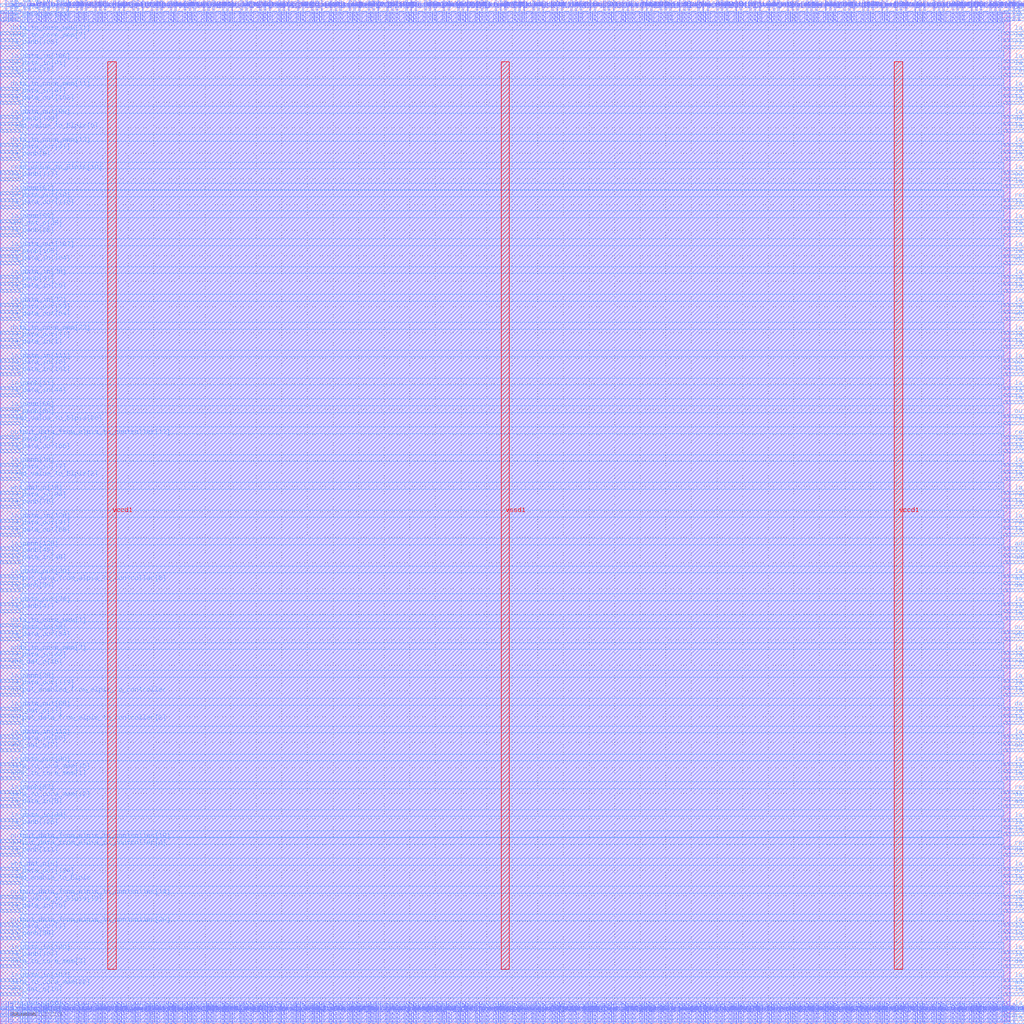
<source format=lef>
VERSION 5.7 ;
  NOWIREEXTENSIONATPIN ON ;
  DIVIDERCHAR "/" ;
  BUSBITCHARS "[]" ;
MACRO chip_controller
  CLASS BLOCK ;
  FOREIGN chip_controller ;
  ORIGIN 0.000 0.000 ;
  SIZE 200.000 BY 200.000 ;
  PIN addr_to_core_mem[0]
    DIRECTION OUTPUT TRISTATE ;
    USE SIGNAL ;
    PORT
      LAYER met3 ;
        RECT 196.000 6.840 200.000 7.440 ;
    END
  END addr_to_core_mem[0]
  PIN addr_to_core_mem[10]
    DIRECTION OUTPUT TRISTATE ;
    USE SIGNAL ;
    PORT
      LAYER met3 ;
        RECT 196.000 89.800 200.000 90.400 ;
    END
  END addr_to_core_mem[10]
  PIN addr_to_core_mem[11]
    DIRECTION OUTPUT TRISTATE ;
    USE SIGNAL ;
    PORT
      LAYER met3 ;
        RECT 196.000 42.200 200.000 42.800 ;
    END
  END addr_to_core_mem[11]
  PIN addr_to_core_mem[12]
    DIRECTION OUTPUT TRISTATE ;
    USE SIGNAL ;
    PORT
      LAYER met2 ;
        RECT 79.210 196.000 79.490 200.000 ;
    END
  END addr_to_core_mem[12]
  PIN addr_to_core_mem[13]
    DIRECTION OUTPUT TRISTATE ;
    USE SIGNAL ;
    PORT
      LAYER met3 ;
        RECT 196.000 92.520 200.000 93.120 ;
    END
  END addr_to_core_mem[13]
  PIN addr_to_core_mem[14]
    DIRECTION OUTPUT TRISTATE ;
    USE SIGNAL ;
    PORT
      LAYER met2 ;
        RECT 58.050 0.000 58.330 4.000 ;
    END
  END addr_to_core_mem[14]
  PIN addr_to_core_mem[15]
    DIRECTION OUTPUT TRISTATE ;
    USE SIGNAL ;
    PORT
      LAYER met2 ;
        RECT 87.490 196.000 87.770 200.000 ;
    END
  END addr_to_core_mem[15]
  PIN addr_to_core_mem[16]
    DIRECTION OUTPUT TRISTATE ;
    USE SIGNAL ;
    PORT
      LAYER met3 ;
        RECT 196.000 85.720 200.000 86.320 ;
    END
  END addr_to_core_mem[16]
  PIN addr_to_core_mem[17]
    DIRECTION OUTPUT TRISTATE ;
    USE SIGNAL ;
    PORT
      LAYER met2 ;
        RECT 112.330 196.000 112.610 200.000 ;
    END
  END addr_to_core_mem[17]
  PIN addr_to_core_mem[18]
    DIRECTION OUTPUT TRISTATE ;
    USE SIGNAL ;
    PORT
      LAYER met2 ;
        RECT 112.330 0.000 112.610 4.000 ;
    END
  END addr_to_core_mem[18]
  PIN addr_to_core_mem[19]
    DIRECTION OUTPUT TRISTATE ;
    USE SIGNAL ;
    PORT
      LAYER met2 ;
        RECT 150.970 196.000 151.250 200.000 ;
    END
  END addr_to_core_mem[19]
  PIN addr_to_core_mem[1]
    DIRECTION OUTPUT TRISTATE ;
    USE SIGNAL ;
    PORT
      LAYER met3 ;
        RECT 0.000 47.640 4.000 48.240 ;
    END
  END addr_to_core_mem[1]
  PIN addr_to_core_mem[2]
    DIRECTION OUTPUT TRISTATE ;
    USE SIGNAL ;
    PORT
      LAYER met2 ;
        RECT 129.810 196.000 130.090 200.000 ;
    END
  END addr_to_core_mem[2]
  PIN addr_to_core_mem[3]
    DIRECTION OUTPUT TRISTATE ;
    USE SIGNAL ;
    PORT
      LAYER met2 ;
        RECT 90.250 0.000 90.530 4.000 ;
    END
  END addr_to_core_mem[3]
  PIN addr_to_core_mem[4]
    DIRECTION OUTPUT TRISTATE ;
    USE SIGNAL ;
    PORT
      LAYER met2 ;
        RECT 48.850 0.000 49.130 4.000 ;
    END
  END addr_to_core_mem[4]
  PIN addr_to_core_mem[5]
    DIRECTION OUTPUT TRISTATE ;
    USE SIGNAL ;
    PORT
      LAYER met2 ;
        RECT 169.370 196.000 169.650 200.000 ;
    END
  END addr_to_core_mem[5]
  PIN addr_to_core_mem[6]
    DIRECTION OUTPUT TRISTATE ;
    USE SIGNAL ;
    PORT
      LAYER met2 ;
        RECT 35.970 196.000 36.250 200.000 ;
    END
  END addr_to_core_mem[6]
  PIN addr_to_core_mem[7]
    DIRECTION OUTPUT TRISTATE ;
    USE SIGNAL ;
    PORT
      LAYER met3 ;
        RECT 0.000 72.120 4.000 72.720 ;
    END
  END addr_to_core_mem[7]
  PIN addr_to_core_mem[8]
    DIRECTION OUTPUT TRISTATE ;
    USE SIGNAL ;
    PORT
      LAYER met2 ;
        RECT 133.490 0.000 133.770 4.000 ;
    END
  END addr_to_core_mem[8]
  PIN addr_to_core_mem[9]
    DIRECTION OUTPUT TRISTATE ;
    USE SIGNAL ;
    PORT
      LAYER met2 ;
        RECT 176.730 0.000 177.010 4.000 ;
    END
  END addr_to_core_mem[9]
  PIN clk
    DIRECTION OUTPUT TRISTATE ;
    USE SIGNAL ;
    PORT
      LAYER met2 ;
        RECT 4.690 0.000 4.970 4.000 ;
    END
  END clk
  PIN data_to_core_mem[0]
    DIRECTION OUTPUT TRISTATE ;
    USE SIGNAL ;
    PORT
      LAYER met2 ;
        RECT 76.450 0.000 76.730 4.000 ;
    END
  END data_to_core_mem[0]
  PIN data_to_core_mem[10]
    DIRECTION OUTPUT TRISTATE ;
    USE SIGNAL ;
    PORT
      LAYER met2 ;
        RECT 122.450 0.000 122.730 4.000 ;
    END
  END data_to_core_mem[10]
  PIN data_to_core_mem[11]
    DIRECTION OUTPUT TRISTATE ;
    USE SIGNAL ;
    PORT
      LAYER met3 ;
        RECT 0.000 182.280 4.000 182.880 ;
    END
  END data_to_core_mem[11]
  PIN data_to_core_mem[12]
    DIRECTION OUTPUT TRISTATE ;
    USE SIGNAL ;
    PORT
      LAYER met3 ;
        RECT 0.000 43.560 4.000 44.160 ;
    END
  END data_to_core_mem[12]
  PIN data_to_core_mem[13]
    DIRECTION OUTPUT TRISTATE ;
    USE SIGNAL ;
    PORT
      LAYER met3 ;
        RECT 0.000 171.400 4.000 172.000 ;
    END
  END data_to_core_mem[13]
  PIN data_to_core_mem[14]
    DIRECTION OUTPUT TRISTATE ;
    USE SIGNAL ;
    PORT
      LAYER met2 ;
        RECT 111.410 0.000 111.690 4.000 ;
    END
  END data_to_core_mem[14]
  PIN data_to_core_mem[15]
    DIRECTION OUTPUT TRISTATE ;
    USE SIGNAL ;
    PORT
      LAYER met3 ;
        RECT 0.000 49.000 4.000 49.600 ;
    END
  END data_to_core_mem[15]
  PIN data_to_core_mem[16]
    DIRECTION OUTPUT TRISTATE ;
    USE SIGNAL ;
    PORT
      LAYER met3 ;
        RECT 196.000 61.240 200.000 61.840 ;
    END
  END data_to_core_mem[16]
  PIN data_to_core_mem[17]
    DIRECTION OUTPUT TRISTATE ;
    USE SIGNAL ;
    PORT
      LAYER met2 ;
        RECT 143.610 196.000 143.890 200.000 ;
    END
  END data_to_core_mem[17]
  PIN data_to_core_mem[18]
    DIRECTION OUTPUT TRISTATE ;
    USE SIGNAL ;
    PORT
      LAYER met3 ;
        RECT 196.000 84.360 200.000 84.960 ;
    END
  END data_to_core_mem[18]
  PIN data_to_core_mem[19]
    DIRECTION OUTPUT TRISTATE ;
    USE SIGNAL ;
    PORT
      LAYER met2 ;
        RECT 45.170 196.000 45.450 200.000 ;
    END
  END data_to_core_mem[19]
  PIN data_to_core_mem[1]
    DIRECTION OUTPUT TRISTATE ;
    USE SIGNAL ;
    PORT
      LAYER met3 ;
        RECT 0.000 77.560 4.000 78.160 ;
    END
  END data_to_core_mem[1]
  PIN data_to_core_mem[20]
    DIRECTION OUTPUT TRISTATE ;
    USE SIGNAL ;
    PORT
      LAYER met3 ;
        RECT 196.000 32.680 200.000 33.280 ;
    END
  END data_to_core_mem[20]
  PIN data_to_core_mem[21]
    DIRECTION OUTPUT TRISTATE ;
    USE SIGNAL ;
    PORT
      LAYER met2 ;
        RECT 60.810 196.000 61.090 200.000 ;
    END
  END data_to_core_mem[21]
  PIN data_to_core_mem[22]
    DIRECTION OUTPUT TRISTATE ;
    USE SIGNAL ;
    PORT
      LAYER met3 ;
        RECT 0.000 6.840 4.000 7.440 ;
    END
  END data_to_core_mem[22]
  PIN data_to_core_mem[23]
    DIRECTION OUTPUT TRISTATE ;
    USE SIGNAL ;
    PORT
      LAYER met3 ;
        RECT 0.000 134.680 4.000 135.280 ;
    END
  END data_to_core_mem[23]
  PIN data_to_core_mem[24]
    DIRECTION OUTPUT TRISTATE ;
    USE SIGNAL ;
    PORT
      LAYER met3 ;
        RECT 196.000 43.560 200.000 44.160 ;
    END
  END data_to_core_mem[24]
  PIN data_to_core_mem[25]
    DIRECTION OUTPUT TRISTATE ;
    USE SIGNAL ;
    PORT
      LAYER met2 ;
        RECT 162.930 0.000 163.210 4.000 ;
    END
  END data_to_core_mem[25]
  PIN data_to_core_mem[26]
    DIRECTION OUTPUT TRISTATE ;
    USE SIGNAL ;
    PORT
      LAYER met3 ;
        RECT 196.000 10.920 200.000 11.520 ;
    END
  END data_to_core_mem[26]
  PIN data_to_core_mem[27]
    DIRECTION OUTPUT TRISTATE ;
    USE SIGNAL ;
    PORT
      LAYER met2 ;
        RECT 148.210 196.000 148.490 200.000 ;
    END
  END data_to_core_mem[27]
  PIN data_to_core_mem[28]
    DIRECTION OUTPUT TRISTATE ;
    USE SIGNAL ;
    PORT
      LAYER met2 ;
        RECT 115.090 196.000 115.370 200.000 ;
    END
  END data_to_core_mem[28]
  PIN data_to_core_mem[29]
    DIRECTION OUTPUT TRISTATE ;
    USE SIGNAL ;
    PORT
      LAYER met2 ;
        RECT 126.130 196.000 126.410 200.000 ;
    END
  END data_to_core_mem[29]
  PIN data_to_core_mem[2]
    DIRECTION OUTPUT TRISTATE ;
    USE SIGNAL ;
    PORT
      LAYER met2 ;
        RECT 186.850 196.000 187.130 200.000 ;
    END
  END data_to_core_mem[2]
  PIN data_to_core_mem[30]
    DIRECTION OUTPUT TRISTATE ;
    USE SIGNAL ;
    PORT
      LAYER met3 ;
        RECT 196.000 175.480 200.000 176.080 ;
    END
  END data_to_core_mem[30]
  PIN data_to_core_mem[31]
    DIRECTION OUTPUT TRISTATE ;
    USE SIGNAL ;
    PORT
      LAYER met3 ;
        RECT 0.000 193.160 4.000 193.760 ;
    END
  END data_to_core_mem[31]
  PIN data_to_core_mem[3]
    DIRECTION OUTPUT TRISTATE ;
    USE SIGNAL ;
    PORT
      LAYER met3 ;
        RECT 0.000 10.920 4.000 11.520 ;
    END
  END data_to_core_mem[3]
  PIN data_to_core_mem[4]
    DIRECTION OUTPUT TRISTATE ;
    USE SIGNAL ;
    PORT
      LAYER met2 ;
        RECT 174.890 196.000 175.170 200.000 ;
    END
  END data_to_core_mem[4]
  PIN data_to_core_mem[5]
    DIRECTION OUTPUT TRISTATE ;
    USE SIGNAL ;
    PORT
      LAYER met2 ;
        RECT 86.570 0.000 86.850 4.000 ;
    END
  END data_to_core_mem[5]
  PIN data_to_core_mem[6]
    DIRECTION OUTPUT TRISTATE ;
    USE SIGNAL ;
    PORT
      LAYER met2 ;
        RECT 184.090 196.000 184.370 200.000 ;
    END
  END data_to_core_mem[6]
  PIN data_to_core_mem[7]
    DIRECTION OUTPUT TRISTATE ;
    USE SIGNAL ;
    PORT
      LAYER met3 ;
        RECT 0.000 191.800 4.000 192.400 ;
    END
  END data_to_core_mem[7]
  PIN data_to_core_mem[8]
    DIRECTION OUTPUT TRISTATE ;
    USE SIGNAL ;
    PORT
      LAYER met2 ;
        RECT 191.450 196.000 191.730 200.000 ;
    END
  END data_to_core_mem[8]
  PIN data_to_core_mem[9]
    DIRECTION OUTPUT TRISTATE ;
    USE SIGNAL ;
    PORT
      LAYER met2 ;
        RECT 94.850 0.000 95.130 4.000 ;
    END
  END data_to_core_mem[9]
  PIN is_loading_memory_into_core
    DIRECTION OUTPUT TRISTATE ;
    USE SIGNAL ;
    PORT
      LAYER met2 ;
        RECT 127.050 0.000 127.330 4.000 ;
    END
  END is_loading_memory_into_core
  PIN la_data_in[0]
    DIRECTION INPUT ;
    USE SIGNAL ;
    PORT
      LAYER met3 ;
        RECT 0.000 1.400 4.000 2.000 ;
    END
  END la_data_in[0]
  PIN la_data_in[100]
    DIRECTION INPUT ;
    USE SIGNAL ;
    PORT
      LAYER met2 ;
        RECT 144.530 0.000 144.810 4.000 ;
    END
  END la_data_in[100]
  PIN la_data_in[101]
    DIRECTION INPUT ;
    USE SIGNAL ;
    PORT
      LAYER met3 ;
        RECT 0.000 126.520 4.000 127.120 ;
    END
  END la_data_in[101]
  PIN la_data_in[102]
    DIRECTION INPUT ;
    USE SIGNAL ;
    PORT
      LAYER met2 ;
        RECT 196.050 0.000 196.330 4.000 ;
    END
  END la_data_in[102]
  PIN la_data_in[103]
    DIRECTION INPUT ;
    USE SIGNAL ;
    PORT
      LAYER met3 ;
        RECT 0.000 8.200 4.000 8.800 ;
    END
  END la_data_in[103]
  PIN la_data_in[104]
    DIRECTION INPUT ;
    USE SIGNAL ;
    PORT
      LAYER met3 ;
        RECT 0.000 148.280 4.000 148.880 ;
    END
  END la_data_in[104]
  PIN la_data_in[105]
    DIRECTION INPUT ;
    USE SIGNAL ;
    PORT
      LAYER met2 ;
        RECT 73.690 0.000 73.970 4.000 ;
    END
  END la_data_in[105]
  PIN la_data_in[106]
    DIRECTION INPUT ;
    USE SIGNAL ;
    PORT
      LAYER met3 ;
        RECT 0.000 187.720 4.000 188.320 ;
    END
  END la_data_in[106]
  PIN la_data_in[107]
    DIRECTION INPUT ;
    USE SIGNAL ;
    PORT
      LAYER met3 ;
        RECT 196.000 59.880 200.000 60.480 ;
    END
  END la_data_in[107]
  PIN la_data_in[108]
    DIRECTION INPUT ;
    USE SIGNAL ;
    PORT
      LAYER met2 ;
        RECT 104.050 0.000 104.330 4.000 ;
    END
  END la_data_in[108]
  PIN la_data_in[109]
    DIRECTION INPUT ;
    USE SIGNAL ;
    PORT
      LAYER met3 ;
        RECT 196.000 103.400 200.000 104.000 ;
    END
  END la_data_in[109]
  PIN la_data_in[10]
    DIRECTION INPUT ;
    USE SIGNAL ;
    PORT
      LAYER met3 ;
        RECT 0.000 127.880 4.000 128.480 ;
    END
  END la_data_in[10]
  PIN la_data_in[110]
    DIRECTION INPUT ;
    USE SIGNAL ;
    PORT
      LAYER met2 ;
        RECT 183.170 0.000 183.450 4.000 ;
    END
  END la_data_in[110]
  PIN la_data_in[111]
    DIRECTION INPUT ;
    USE SIGNAL ;
    PORT
      LAYER met3 ;
        RECT 0.000 129.240 4.000 129.840 ;
    END
  END la_data_in[111]
  PIN la_data_in[112]
    DIRECTION INPUT ;
    USE SIGNAL ;
    PORT
      LAYER met3 ;
        RECT 0.000 55.800 4.000 56.400 ;
    END
  END la_data_in[112]
  PIN la_data_in[113]
    DIRECTION INPUT ;
    USE SIGNAL ;
    PORT
      LAYER met2 ;
        RECT 191.450 0.000 191.730 4.000 ;
    END
  END la_data_in[113]
  PIN la_data_in[114]
    DIRECTION INPUT ;
    USE SIGNAL ;
    PORT
      LAYER met2 ;
        RECT 19.410 0.000 19.690 4.000 ;
    END
  END la_data_in[114]
  PIN la_data_in[115]
    DIRECTION INPUT ;
    USE SIGNAL ;
    PORT
      LAYER met2 ;
        RECT 196.970 0.000 197.250 4.000 ;
    END
  END la_data_in[115]
  PIN la_data_in[116]
    DIRECTION INPUT ;
    USE SIGNAL ;
    PORT
      LAYER met3 ;
        RECT 196.000 81.640 200.000 82.240 ;
    END
  END la_data_in[116]
  PIN la_data_in[117]
    DIRECTION INPUT ;
    USE SIGNAL ;
    PORT
      LAYER met2 ;
        RECT 164.770 0.000 165.050 4.000 ;
    END
  END la_data_in[117]
  PIN la_data_in[118]
    DIRECTION INPUT ;
    USE SIGNAL ;
    PORT
      LAYER met2 ;
        RECT 61.730 0.000 62.010 4.000 ;
    END
  END la_data_in[118]
  PIN la_data_in[119]
    DIRECTION INPUT ;
    USE SIGNAL ;
    PORT
      LAYER met3 ;
        RECT 196.000 58.520 200.000 59.120 ;
    END
  END la_data_in[119]
  PIN la_data_in[11]
    DIRECTION INPUT ;
    USE SIGNAL ;
    PORT
      LAYER met2 ;
        RECT 60.810 0.000 61.090 4.000 ;
    END
  END la_data_in[11]
  PIN la_data_in[120]
    DIRECTION INPUT ;
    USE SIGNAL ;
    PORT
      LAYER met3 ;
        RECT 0.000 13.640 4.000 14.240 ;
    END
  END la_data_in[120]
  PIN la_data_in[121]
    DIRECTION INPUT ;
    USE SIGNAL ;
    PORT
      LAYER met2 ;
        RECT 33.210 0.000 33.490 4.000 ;
    END
  END la_data_in[121]
  PIN la_data_in[122]
    DIRECTION INPUT ;
    USE SIGNAL ;
    PORT
      LAYER met3 ;
        RECT 0.000 198.600 4.000 199.200 ;
    END
  END la_data_in[122]
  PIN la_data_in[123]
    DIRECTION INPUT ;
    USE SIGNAL ;
    PORT
      LAYER met2 ;
        RECT 105.890 196.000 106.170 200.000 ;
    END
  END la_data_in[123]
  PIN la_data_in[124]
    DIRECTION INPUT ;
    USE SIGNAL ;
    PORT
      LAYER met3 ;
        RECT 196.000 140.120 200.000 140.720 ;
    END
  END la_data_in[124]
  PIN la_data_in[125]
    DIRECTION INPUT ;
    USE SIGNAL ;
    PORT
      LAYER met2 ;
        RECT 73.690 196.000 73.970 200.000 ;
    END
  END la_data_in[125]
  PIN la_data_in[126]
    DIRECTION INPUT ;
    USE SIGNAL ;
    PORT
      LAYER met3 ;
        RECT 0.000 97.960 4.000 98.560 ;
    END
  END la_data_in[126]
  PIN la_data_in[127]
    DIRECTION INPUT ;
    USE SIGNAL ;
    PORT
      LAYER met2 ;
        RECT 50.690 0.000 50.970 4.000 ;
    END
  END la_data_in[127]
  PIN la_data_in[12]
    DIRECTION INPUT ;
    USE SIGNAL ;
    PORT
      LAYER met3 ;
        RECT 196.000 50.360 200.000 50.960 ;
    END
  END la_data_in[12]
  PIN la_data_in[13]
    DIRECTION INPUT ;
    USE SIGNAL ;
    PORT
      LAYER met2 ;
        RECT 193.290 0.000 193.570 4.000 ;
    END
  END la_data_in[13]
  PIN la_data_in[14]
    DIRECTION INPUT ;
    USE SIGNAL ;
    PORT
      LAYER met3 ;
        RECT 196.000 8.200 200.000 8.800 ;
    END
  END la_data_in[14]
  PIN la_data_in[15]
    DIRECTION INPUT ;
    USE SIGNAL ;
    PORT
      LAYER met2 ;
        RECT 118.770 0.000 119.050 4.000 ;
    END
  END la_data_in[15]
  PIN la_data_in[16]
    DIRECTION INPUT ;
    USE SIGNAL ;
    PORT
      LAYER met3 ;
        RECT 0.000 76.200 4.000 76.800 ;
    END
  END la_data_in[16]
  PIN la_data_in[17]
    DIRECTION INPUT ;
    USE SIGNAL ;
    PORT
      LAYER met3 ;
        RECT 0.000 107.480 4.000 108.080 ;
    END
  END la_data_in[17]
  PIN la_data_in[18]
    DIRECTION INPUT ;
    USE SIGNAL ;
    PORT
      LAYER met2 ;
        RECT 47.010 196.000 47.290 200.000 ;
    END
  END la_data_in[18]
  PIN la_data_in[19]
    DIRECTION INPUT ;
    USE SIGNAL ;
    PORT
      LAYER met2 ;
        RECT 72.770 0.000 73.050 4.000 ;
    END
  END la_data_in[19]
  PIN la_data_in[1]
    DIRECTION INPUT ;
    USE SIGNAL ;
    PORT
      LAYER met3 ;
        RECT 0.000 131.960 4.000 132.560 ;
    END
  END la_data_in[1]
  PIN la_data_in[20]
    DIRECTION INPUT ;
    USE SIGNAL ;
    PORT
      LAYER met3 ;
        RECT 0.000 54.440 4.000 55.040 ;
    END
  END la_data_in[20]
  PIN la_data_in[21]
    DIRECTION INPUT ;
    USE SIGNAL ;
    PORT
      LAYER met2 ;
        RECT 84.730 196.000 85.010 200.000 ;
    END
  END la_data_in[21]
  PIN la_data_in[22]
    DIRECTION INPUT ;
    USE SIGNAL ;
    PORT
      LAYER met2 ;
        RECT 141.770 196.000 142.050 200.000 ;
    END
  END la_data_in[22]
  PIN la_data_in[23]
    DIRECTION INPUT ;
    USE SIGNAL ;
    PORT
      LAYER met3 ;
        RECT 196.000 123.800 200.000 124.400 ;
    END
  END la_data_in[23]
  PIN la_data_in[24]
    DIRECTION INPUT ;
    USE SIGNAL ;
    PORT
      LAYER met2 ;
        RECT 34.130 196.000 34.410 200.000 ;
    END
  END la_data_in[24]
  PIN la_data_in[25]
    DIRECTION INPUT ;
    USE SIGNAL ;
    PORT
      LAYER met2 ;
        RECT 155.570 0.000 155.850 4.000 ;
    END
  END la_data_in[25]
  PIN la_data_in[26]
    DIRECTION INPUT ;
    USE SIGNAL ;
    PORT
      LAYER met2 ;
        RECT 89.330 0.000 89.610 4.000 ;
    END
  END la_data_in[26]
  PIN la_data_in[27]
    DIRECTION INPUT ;
    USE SIGNAL ;
    PORT
      LAYER met2 ;
        RECT 14.810 196.000 15.090 200.000 ;
    END
  END la_data_in[27]
  PIN la_data_in[28]
    DIRECTION INPUT ;
    USE SIGNAL ;
    PORT
      LAYER met2 ;
        RECT 179.490 0.000 179.770 4.000 ;
    END
  END la_data_in[28]
  PIN la_data_in[29]
    DIRECTION INPUT ;
    USE SIGNAL ;
    PORT
      LAYER met2 ;
        RECT 137.170 196.000 137.450 200.000 ;
    END
  END la_data_in[29]
  PIN la_data_in[2]
    DIRECTION INPUT ;
    USE SIGNAL ;
    PORT
      LAYER met3 ;
        RECT 196.000 80.280 200.000 80.880 ;
    END
  END la_data_in[2]
  PIN la_data_in[30]
    DIRECTION INPUT ;
    USE SIGNAL ;
    PORT
      LAYER met3 ;
        RECT 0.000 142.840 4.000 143.440 ;
    END
  END la_data_in[30]
  PIN la_data_in[31]
    DIRECTION INPUT ;
    USE SIGNAL ;
    PORT
      LAYER met2 ;
        RECT 121.530 196.000 121.810 200.000 ;
    END
  END la_data_in[31]
  PIN la_data_in[32]
    DIRECTION INPUT ;
    USE SIGNAL ;
    PORT
      LAYER met2 ;
        RECT 70.010 196.000 70.290 200.000 ;
    END
  END la_data_in[32]
  PIN la_data_in[33]
    DIRECTION INPUT ;
    USE SIGNAL ;
    PORT
      LAYER met3 ;
        RECT 196.000 112.920 200.000 113.520 ;
    END
  END la_data_in[33]
  PIN la_data_in[34]
    DIRECTION INPUT ;
    USE SIGNAL ;
    PORT
      LAYER met2 ;
        RECT 32.290 0.000 32.570 4.000 ;
    END
  END la_data_in[34]
  PIN la_data_in[35]
    DIRECTION INPUT ;
    USE SIGNAL ;
    PORT
      LAYER met2 ;
        RECT 44.250 196.000 44.530 200.000 ;
    END
  END la_data_in[35]
  PIN la_data_in[36]
    DIRECTION INPUT ;
    USE SIGNAL ;
    PORT
      LAYER met2 ;
        RECT 172.130 196.000 172.410 200.000 ;
    END
  END la_data_in[36]
  PIN la_data_in[37]
    DIRECTION INPUT ;
    USE SIGNAL ;
    PORT
      LAYER met2 ;
        RECT 185.930 196.000 186.210 200.000 ;
    END
  END la_data_in[37]
  PIN la_data_in[38]
    DIRECTION INPUT ;
    USE SIGNAL ;
    PORT
      LAYER met3 ;
        RECT 196.000 182.280 200.000 182.880 ;
    END
  END la_data_in[38]
  PIN la_data_in[39]
    DIRECTION INPUT ;
    USE SIGNAL ;
    PORT
      LAYER met3 ;
        RECT 196.000 100.680 200.000 101.280 ;
    END
  END la_data_in[39]
  PIN la_data_in[3]
    DIRECTION INPUT ;
    USE SIGNAL ;
    PORT
      LAYER met2 ;
        RECT 93.010 0.000 93.290 4.000 ;
    END
  END la_data_in[3]
  PIN la_data_in[40]
    DIRECTION INPUT ;
    USE SIGNAL ;
    PORT
      LAYER met3 ;
        RECT 196.000 191.800 200.000 192.400 ;
    END
  END la_data_in[40]
  PIN la_data_in[41]
    DIRECTION INPUT ;
    USE SIGNAL ;
    PORT
      LAYER met3 ;
        RECT 0.000 180.920 4.000 181.520 ;
    END
  END la_data_in[41]
  PIN la_data_in[42]
    DIRECTION INPUT ;
    USE SIGNAL ;
    PORT
      LAYER met3 ;
        RECT 196.000 78.920 200.000 79.520 ;
    END
  END la_data_in[42]
  PIN la_data_in[43]
    DIRECTION INPUT ;
    USE SIGNAL ;
    PORT
      LAYER met3 ;
        RECT 196.000 70.760 200.000 71.360 ;
    END
  END la_data_in[43]
  PIN la_data_in[44]
    DIRECTION INPUT ;
    USE SIGNAL ;
    PORT
      LAYER met3 ;
        RECT 0.000 122.440 4.000 123.040 ;
    END
  END la_data_in[44]
  PIN la_data_in[45]
    DIRECTION INPUT ;
    USE SIGNAL ;
    PORT
      LAYER met3 ;
        RECT 196.000 91.160 200.000 91.760 ;
    END
  END la_data_in[45]
  PIN la_data_in[46]
    DIRECTION INPUT ;
    USE SIGNAL ;
    PORT
      LAYER met2 ;
        RECT 178.570 196.000 178.850 200.000 ;
    END
  END la_data_in[46]
  PIN la_data_in[47]
    DIRECTION INPUT ;
    USE SIGNAL ;
    PORT
      LAYER met2 ;
        RECT 176.730 196.000 177.010 200.000 ;
    END
  END la_data_in[47]
  PIN la_data_in[48]
    DIRECTION INPUT ;
    USE SIGNAL ;
    PORT
      LAYER met2 ;
        RECT 150.050 0.000 150.330 4.000 ;
    END
  END la_data_in[48]
  PIN la_data_in[49]
    DIRECTION INPUT ;
    USE SIGNAL ;
    PORT
      LAYER met3 ;
        RECT 0.000 89.800 4.000 90.400 ;
    END
  END la_data_in[49]
  PIN la_data_in[4]
    DIRECTION INPUT ;
    USE SIGNAL ;
    PORT
      LAYER met3 ;
        RECT 196.000 72.120 200.000 72.720 ;
    END
  END la_data_in[4]
  PIN la_data_in[50]
    DIRECTION INPUT ;
    USE SIGNAL ;
    PORT
      LAYER met2 ;
        RECT 20.330 196.000 20.610 200.000 ;
    END
  END la_data_in[50]
  PIN la_data_in[51]
    DIRECTION INPUT ;
    USE SIGNAL ;
    PORT
      LAYER met2 ;
        RECT 58.970 0.000 59.250 4.000 ;
    END
  END la_data_in[51]
  PIN la_data_in[52]
    DIRECTION INPUT ;
    USE SIGNAL ;
    PORT
      LAYER met2 ;
        RECT 183.170 196.000 183.450 200.000 ;
    END
  END la_data_in[52]
  PIN la_data_in[53]
    DIRECTION INPUT ;
    USE SIGNAL ;
    PORT
      LAYER met2 ;
        RECT 15.730 196.000 16.010 200.000 ;
    END
  END la_data_in[53]
  PIN la_data_in[54]
    DIRECTION INPUT ;
    USE SIGNAL ;
    PORT
      LAYER met3 ;
        RECT 196.000 106.120 200.000 106.720 ;
    END
  END la_data_in[54]
  PIN la_data_in[55]
    DIRECTION INPUT ;
    USE SIGNAL ;
    PORT
      LAYER met2 ;
        RECT 108.650 0.000 108.930 4.000 ;
    END
  END la_data_in[55]
  PIN la_data_in[56]
    DIRECTION INPUT ;
    USE SIGNAL ;
    PORT
      LAYER met3 ;
        RECT 196.000 39.480 200.000 40.080 ;
    END
  END la_data_in[56]
  PIN la_data_in[57]
    DIRECTION INPUT ;
    USE SIGNAL ;
    PORT
      LAYER met2 ;
        RECT 130.730 0.000 131.010 4.000 ;
    END
  END la_data_in[57]
  PIN la_data_in[58]
    DIRECTION INPUT ;
    USE SIGNAL ;
    PORT
      LAYER met2 ;
        RECT 25.850 0.000 26.130 4.000 ;
    END
  END la_data_in[58]
  PIN la_data_in[59]
    DIRECTION INPUT ;
    USE SIGNAL ;
    PORT
      LAYER met2 ;
        RECT 158.330 0.000 158.610 4.000 ;
    END
  END la_data_in[59]
  PIN la_data_in[5]
    DIRECTION INPUT ;
    USE SIGNAL ;
    PORT
      LAYER met3 ;
        RECT 0.000 42.200 4.000 42.800 ;
    END
  END la_data_in[5]
  PIN la_data_in[60]
    DIRECTION INPUT ;
    USE SIGNAL ;
    PORT
      LAYER met2 ;
        RECT 146.370 0.000 146.650 4.000 ;
    END
  END la_data_in[60]
  PIN la_data_in[61]
    DIRECTION INPUT ;
    USE SIGNAL ;
    PORT
      LAYER met2 ;
        RECT 100.370 196.000 100.650 200.000 ;
    END
  END la_data_in[61]
  PIN la_data_in[62]
    DIRECTION INPUT ;
    USE SIGNAL ;
    PORT
      LAYER met2 ;
        RECT 154.650 0.000 154.930 4.000 ;
    END
  END la_data_in[62]
  PIN la_data_in[63]
    DIRECTION INPUT ;
    USE SIGNAL ;
    PORT
      LAYER met2 ;
        RECT 136.250 0.000 136.530 4.000 ;
    END
  END la_data_in[63]
  PIN la_data_in[64]
    DIRECTION INPUT ;
    USE SIGNAL ;
    PORT
      LAYER met3 ;
        RECT 196.000 138.760 200.000 139.360 ;
    END
  END la_data_in[64]
  PIN la_data_in[65]
    DIRECTION INPUT ;
    USE SIGNAL ;
    PORT
      LAYER met3 ;
        RECT 196.000 126.520 200.000 127.120 ;
    END
  END la_data_in[65]
  PIN la_data_in[66]
    DIRECTION INPUT ;
    USE SIGNAL ;
    PORT
      LAYER met3 ;
        RECT 0.000 70.760 4.000 71.360 ;
    END
  END la_data_in[66]
  PIN la_data_in[67]
    DIRECTION INPUT ;
    USE SIGNAL ;
    PORT
      LAYER met2 ;
        RECT 161.090 0.000 161.370 4.000 ;
    END
  END la_data_in[67]
  PIN la_data_in[68]
    DIRECTION INPUT ;
    USE SIGNAL ;
    PORT
      LAYER met2 ;
        RECT 55.290 196.000 55.570 200.000 ;
    END
  END la_data_in[68]
  PIN la_data_in[69]
    DIRECTION INPUT ;
    USE SIGNAL ;
    PORT
      LAYER met3 ;
        RECT 196.000 187.720 200.000 188.320 ;
    END
  END la_data_in[69]
  PIN la_data_in[6]
    DIRECTION INPUT ;
    USE SIGNAL ;
    PORT
      LAYER met3 ;
        RECT 196.000 129.240 200.000 129.840 ;
    END
  END la_data_in[6]
  PIN la_data_in[70]
    DIRECTION INPUT ;
    USE SIGNAL ;
    PORT
      LAYER met3 ;
        RECT 0.000 21.800 4.000 22.400 ;
    END
  END la_data_in[70]
  PIN la_data_in[71]
    DIRECTION INPUT ;
    USE SIGNAL ;
    PORT
      LAYER met3 ;
        RECT 196.000 87.080 200.000 87.680 ;
    END
  END la_data_in[71]
  PIN la_data_in[72]
    DIRECTION INPUT ;
    USE SIGNAL ;
    PORT
      LAYER met3 ;
        RECT 0.000 140.120 4.000 140.720 ;
    END
  END la_data_in[72]
  PIN la_data_in[73]
    DIRECTION INPUT ;
    USE SIGNAL ;
    PORT
      LAYER met2 ;
        RECT 56.210 196.000 56.490 200.000 ;
    END
  END la_data_in[73]
  PIN la_data_in[74]
    DIRECTION INPUT ;
    USE SIGNAL ;
    PORT
      LAYER met2 ;
        RECT 162.010 196.000 162.290 200.000 ;
    END
  END la_data_in[74]
  PIN la_data_in[75]
    DIRECTION INPUT ;
    USE SIGNAL ;
    PORT
      LAYER met2 ;
        RECT 116.010 196.000 116.290 200.000 ;
    END
  END la_data_in[75]
  PIN la_data_in[76]
    DIRECTION INPUT ;
    USE SIGNAL ;
    PORT
      LAYER met3 ;
        RECT 0.000 145.560 4.000 146.160 ;
    END
  END la_data_in[76]
  PIN la_data_in[77]
    DIRECTION INPUT ;
    USE SIGNAL ;
    PORT
      LAYER met3 ;
        RECT 196.000 197.240 200.000 197.840 ;
    END
  END la_data_in[77]
  PIN la_data_in[78]
    DIRECTION INPUT ;
    USE SIGNAL ;
    PORT
      LAYER met2 ;
        RECT 39.650 196.000 39.930 200.000 ;
    END
  END la_data_in[78]
  PIN la_data_in[79]
    DIRECTION INPUT ;
    USE SIGNAL ;
    PORT
      LAYER met3 ;
        RECT 196.000 38.120 200.000 38.720 ;
    END
  END la_data_in[79]
  PIN la_data_in[7]
    DIRECTION INPUT ;
    USE SIGNAL ;
    PORT
      LAYER met2 ;
        RECT 90.250 196.000 90.530 200.000 ;
    END
  END la_data_in[7]
  PIN la_data_in[80]
    DIRECTION INPUT ;
    USE SIGNAL ;
    PORT
      LAYER met2 ;
        RECT 117.850 196.000 118.130 200.000 ;
    END
  END la_data_in[80]
  PIN la_data_in[81]
    DIRECTION INPUT ;
    USE SIGNAL ;
    PORT
      LAYER met2 ;
        RECT 86.570 196.000 86.850 200.000 ;
    END
  END la_data_in[81]
  PIN la_data_in[82]
    DIRECTION INPUT ;
    USE SIGNAL ;
    PORT
      LAYER met2 ;
        RECT 51.610 0.000 51.890 4.000 ;
    END
  END la_data_in[82]
  PIN la_data_in[83]
    DIRECTION INPUT ;
    USE SIGNAL ;
    PORT
      LAYER met2 ;
        RECT 51.610 196.000 51.890 200.000 ;
    END
  END la_data_in[83]
  PIN la_data_in[84]
    DIRECTION INPUT ;
    USE SIGNAL ;
    PORT
      LAYER met3 ;
        RECT 0.000 102.040 4.000 102.640 ;
    END
  END la_data_in[84]
  PIN la_data_in[85]
    DIRECTION INPUT ;
    USE SIGNAL ;
    PORT
      LAYER met2 ;
        RECT 195.130 196.000 195.410 200.000 ;
    END
  END la_data_in[85]
  PIN la_data_in[86]
    DIRECTION INPUT ;
    USE SIGNAL ;
    PORT
      LAYER met3 ;
        RECT 196.000 5.480 200.000 6.080 ;
    END
  END la_data_in[86]
  PIN la_data_in[87]
    DIRECTION INPUT ;
    USE SIGNAL ;
    PORT
      LAYER met3 ;
        RECT 196.000 142.840 200.000 143.440 ;
    END
  END la_data_in[87]
  PIN la_data_in[88]
    DIRECTION INPUT ;
    USE SIGNAL ;
    PORT
      LAYER met3 ;
        RECT 0.000 39.480 4.000 40.080 ;
    END
  END la_data_in[88]
  PIN la_data_in[89]
    DIRECTION INPUT ;
    USE SIGNAL ;
    PORT
      LAYER met2 ;
        RECT 27.690 196.000 27.970 200.000 ;
    END
  END la_data_in[89]
  PIN la_data_in[8]
    DIRECTION INPUT ;
    USE SIGNAL ;
    PORT
      LAYER met2 ;
        RECT 47.930 0.000 48.210 4.000 ;
    END
  END la_data_in[8]
  PIN la_data_in[90]
    DIRECTION INPUT ;
    USE SIGNAL ;
    PORT
      LAYER met2 ;
        RECT 61.730 196.000 62.010 200.000 ;
    END
  END la_data_in[90]
  PIN la_data_in[91]
    DIRECTION INPUT ;
    USE SIGNAL ;
    PORT
      LAYER met3 ;
        RECT 0.000 186.360 4.000 186.960 ;
    END
  END la_data_in[91]
  PIN la_data_in[92]
    DIRECTION INPUT ;
    USE SIGNAL ;
    PORT
      LAYER met2 ;
        RECT 187.770 0.000 188.050 4.000 ;
    END
  END la_data_in[92]
  PIN la_data_in[93]
    DIRECTION INPUT ;
    USE SIGNAL ;
    PORT
      LAYER met2 ;
        RECT 168.450 196.000 168.730 200.000 ;
    END
  END la_data_in[93]
  PIN la_data_in[94]
    DIRECTION INPUT ;
    USE SIGNAL ;
    PORT
      LAYER met2 ;
        RECT 123.370 196.000 123.650 200.000 ;
    END
  END la_data_in[94]
  PIN la_data_in[95]
    DIRECTION INPUT ;
    USE SIGNAL ;
    PORT
      LAYER met3 ;
        RECT 196.000 165.960 200.000 166.560 ;
    END
  END la_data_in[95]
  PIN la_data_in[96]
    DIRECTION INPUT ;
    USE SIGNAL ;
    PORT
      LAYER met2 ;
        RECT 24.010 0.000 24.290 4.000 ;
    END
  END la_data_in[96]
  PIN la_data_in[97]
    DIRECTION INPUT ;
    USE SIGNAL ;
    PORT
      LAYER met2 ;
        RECT 162.010 0.000 162.290 4.000 ;
    END
  END la_data_in[97]
  PIN la_data_in[98]
    DIRECTION INPUT ;
    USE SIGNAL ;
    PORT
      LAYER met2 ;
        RECT 48.850 196.000 49.130 200.000 ;
    END
  END la_data_in[98]
  PIN la_data_in[99]
    DIRECTION INPUT ;
    USE SIGNAL ;
    PORT
      LAYER met2 ;
        RECT 150.970 0.000 151.250 4.000 ;
    END
  END la_data_in[99]
  PIN la_data_in[9]
    DIRECTION INPUT ;
    USE SIGNAL ;
    PORT
      LAYER met2 ;
        RECT 30.450 0.000 30.730 4.000 ;
    END
  END la_data_in[9]
  PIN la_data_out[0]
    DIRECTION OUTPUT TRISTATE ;
    USE SIGNAL ;
    PORT
      LAYER met3 ;
        RECT 196.000 121.080 200.000 121.680 ;
    END
  END la_data_out[0]
  PIN la_data_out[100]
    DIRECTION OUTPUT TRISTATE ;
    USE SIGNAL ;
    PORT
      LAYER met2 ;
        RECT 18.490 196.000 18.770 200.000 ;
    END
  END la_data_out[100]
  PIN la_data_out[101]
    DIRECTION OUTPUT TRISTATE ;
    USE SIGNAL ;
    PORT
      LAYER met3 ;
        RECT 196.000 186.360 200.000 186.960 ;
    END
  END la_data_out[101]
  PIN la_data_out[102]
    DIRECTION OUTPUT TRISTATE ;
    USE SIGNAL ;
    PORT
      LAYER met3 ;
        RECT 0.000 179.560 4.000 180.160 ;
    END
  END la_data_out[102]
  PIN la_data_out[103]
    DIRECTION OUTPUT TRISTATE ;
    USE SIGNAL ;
    PORT
      LAYER met2 ;
        RECT 194.210 196.000 194.490 200.000 ;
    END
  END la_data_out[103]
  PIN la_data_out[104]
    DIRECTION OUTPUT TRISTATE ;
    USE SIGNAL ;
    PORT
      LAYER met2 ;
        RECT 159.250 0.000 159.530 4.000 ;
    END
  END la_data_out[104]
  PIN la_data_out[105]
    DIRECTION OUTPUT TRISTATE ;
    USE SIGNAL ;
    PORT
      LAYER met3 ;
        RECT 196.000 107.480 200.000 108.080 ;
    END
  END la_data_out[105]
  PIN la_data_out[106]
    DIRECTION OUTPUT TRISTATE ;
    USE SIGNAL ;
    PORT
      LAYER met2 ;
        RECT 193.290 196.000 193.570 200.000 ;
    END
  END la_data_out[106]
  PIN la_data_out[107]
    DIRECTION OUTPUT TRISTATE ;
    USE SIGNAL ;
    PORT
      LAYER met3 ;
        RECT 0.000 151.000 4.000 151.600 ;
    END
  END la_data_out[107]
  PIN la_data_out[108]
    DIRECTION OUTPUT TRISTATE ;
    USE SIGNAL ;
    PORT
      LAYER met2 ;
        RECT 77.370 196.000 77.650 200.000 ;
    END
  END la_data_out[108]
  PIN la_data_out[109]
    DIRECTION OUTPUT TRISTATE ;
    USE SIGNAL ;
    PORT
      LAYER met2 ;
        RECT 180.410 196.000 180.690 200.000 ;
    END
  END la_data_out[109]
  PIN la_data_out[10]
    DIRECTION OUTPUT TRISTATE ;
    USE SIGNAL ;
    PORT
      LAYER met2 ;
        RECT 127.050 196.000 127.330 200.000 ;
    END
  END la_data_out[10]
  PIN la_data_out[110]
    DIRECTION OUTPUT TRISTATE ;
    USE SIGNAL ;
    PORT
      LAYER met3 ;
        RECT 0.000 159.160 4.000 159.760 ;
    END
  END la_data_out[110]
  PIN la_data_out[111]
    DIRECTION OUTPUT TRISTATE ;
    USE SIGNAL ;
    PORT
      LAYER met3 ;
        RECT 196.000 151.000 200.000 151.600 ;
    END
  END la_data_out[111]
  PIN la_data_out[112]
    DIRECTION OUTPUT TRISTATE ;
    USE SIGNAL ;
    PORT
      LAYER met2 ;
        RECT 2.850 196.000 3.130 200.000 ;
    END
  END la_data_out[112]
  PIN la_data_out[113]
    DIRECTION OUTPUT TRISTATE ;
    USE SIGNAL ;
    PORT
      LAYER met3 ;
        RECT 0.000 65.320 4.000 65.920 ;
    END
  END la_data_out[113]
  PIN la_data_out[114]
    DIRECTION OUTPUT TRISTATE ;
    USE SIGNAL ;
    PORT
      LAYER met2 ;
        RECT 89.330 196.000 89.610 200.000 ;
    END
  END la_data_out[114]
  PIN la_data_out[115]
    DIRECTION OUTPUT TRISTATE ;
    USE SIGNAL ;
    PORT
      LAYER met2 ;
        RECT 122.450 196.000 122.730 200.000 ;
    END
  END la_data_out[115]
  PIN la_data_out[116]
    DIRECTION OUTPUT TRISTATE ;
    USE SIGNAL ;
    PORT
      LAYER met2 ;
        RECT 132.570 196.000 132.850 200.000 ;
    END
  END la_data_out[116]
  PIN la_data_out[117]
    DIRECTION OUTPUT TRISTATE ;
    USE SIGNAL ;
    PORT
      LAYER met2 ;
        RECT 147.290 0.000 147.570 4.000 ;
    END
  END la_data_out[117]
  PIN la_data_out[118]
    DIRECTION OUTPUT TRISTATE ;
    USE SIGNAL ;
    PORT
      LAYER met3 ;
        RECT 196.000 23.160 200.000 23.760 ;
    END
  END la_data_out[118]
  PIN la_data_out[119]
    DIRECTION OUTPUT TRISTATE ;
    USE SIGNAL ;
    PORT
      LAYER met2 ;
        RECT 54.370 196.000 54.650 200.000 ;
    END
  END la_data_out[119]
  PIN la_data_out[11]
    DIRECTION OUTPUT TRISTATE ;
    USE SIGNAL ;
    PORT
      LAYER met3 ;
        RECT 0.000 133.320 4.000 133.920 ;
    END
  END la_data_out[11]
  PIN la_data_out[120]
    DIRECTION OUTPUT TRISTATE ;
    USE SIGNAL ;
    PORT
      LAYER met2 ;
        RECT 19.410 196.000 19.690 200.000 ;
    END
  END la_data_out[120]
  PIN la_data_out[121]
    DIRECTION OUTPUT TRISTATE ;
    USE SIGNAL ;
    PORT
      LAYER met2 ;
        RECT 166.610 196.000 166.890 200.000 ;
    END
  END la_data_out[121]
  PIN la_data_out[122]
    DIRECTION OUTPUT TRISTATE ;
    USE SIGNAL ;
    PORT
      LAYER met2 ;
        RECT 75.530 196.000 75.810 200.000 ;
    END
  END la_data_out[122]
  PIN la_data_out[123]
    DIRECTION OUTPUT TRISTATE ;
    USE SIGNAL ;
    PORT
      LAYER met2 ;
        RECT 37.810 0.000 38.090 4.000 ;
    END
  END la_data_out[123]
  PIN la_data_out[124]
    DIRECTION OUTPUT TRISTATE ;
    USE SIGNAL ;
    PORT
      LAYER met3 ;
        RECT 0.000 28.600 4.000 29.200 ;
    END
  END la_data_out[124]
  PIN la_data_out[125]
    DIRECTION OUTPUT TRISTATE ;
    USE SIGNAL ;
    PORT
      LAYER met3 ;
        RECT 196.000 12.280 200.000 12.880 ;
    END
  END la_data_out[125]
  PIN la_data_out[126]
    DIRECTION OUTPUT TRISTATE ;
    USE SIGNAL ;
    PORT
      LAYER met2 ;
        RECT 9.290 196.000 9.570 200.000 ;
    END
  END la_data_out[126]
  PIN la_data_out[127]
    DIRECTION OUTPUT TRISTATE ;
    USE SIGNAL ;
    PORT
      LAYER met3 ;
        RECT 196.000 21.800 200.000 22.400 ;
    END
  END la_data_out[127]
  PIN la_data_out[12]
    DIRECTION OUTPUT TRISTATE ;
    USE SIGNAL ;
    PORT
      LAYER met2 ;
        RECT 81.050 196.000 81.330 200.000 ;
    END
  END la_data_out[12]
  PIN la_data_out[13]
    DIRECTION OUTPUT TRISTATE ;
    USE SIGNAL ;
    PORT
      LAYER met2 ;
        RECT 104.970 0.000 105.250 4.000 ;
    END
  END la_data_out[13]
  PIN la_data_out[14]
    DIRECTION OUTPUT TRISTATE ;
    USE SIGNAL ;
    PORT
      LAYER met2 ;
        RECT 168.450 0.000 168.730 4.000 ;
    END
  END la_data_out[14]
  PIN la_data_out[15]
    DIRECTION OUTPUT TRISTATE ;
    USE SIGNAL ;
    PORT
      LAYER met3 ;
        RECT 196.000 95.240 200.000 95.840 ;
    END
  END la_data_out[15]
  PIN la_data_out[16]
    DIRECTION OUTPUT TRISTATE ;
    USE SIGNAL ;
    PORT
      LAYER met2 ;
        RECT 58.970 196.000 59.250 200.000 ;
    END
  END la_data_out[16]
  PIN la_data_out[17]
    DIRECTION OUTPUT TRISTATE ;
    USE SIGNAL ;
    PORT
      LAYER met2 ;
        RECT 126.130 0.000 126.410 4.000 ;
    END
  END la_data_out[17]
  PIN la_data_out[18]
    DIRECTION OUTPUT TRISTATE ;
    USE SIGNAL ;
    PORT
      LAYER met2 ;
        RECT 98.530 0.000 98.810 4.000 ;
    END
  END la_data_out[18]
  PIN la_data_out[19]
    DIRECTION OUTPUT TRISTATE ;
    USE SIGNAL ;
    PORT
      LAYER met3 ;
        RECT 0.000 160.520 4.000 161.120 ;
    END
  END la_data_out[19]
  PIN la_data_out[1]
    DIRECTION OUTPUT TRISTATE ;
    USE SIGNAL ;
    PORT
      LAYER met3 ;
        RECT 0.000 17.720 4.000 18.320 ;
    END
  END la_data_out[1]
  PIN la_data_out[20]
    DIRECTION OUTPUT TRISTATE ;
    USE SIGNAL ;
    PORT
      LAYER met2 ;
        RECT 66.330 0.000 66.610 4.000 ;
    END
  END la_data_out[20]
  PIN la_data_out[21]
    DIRECTION OUTPUT TRISTATE ;
    USE SIGNAL ;
    PORT
      LAYER met2 ;
        RECT 65.410 0.000 65.690 4.000 ;
    END
  END la_data_out[21]
  PIN la_data_out[22]
    DIRECTION OUTPUT TRISTATE ;
    USE SIGNAL ;
    PORT
      LAYER met3 ;
        RECT 196.000 144.200 200.000 144.800 ;
    END
  END la_data_out[22]
  PIN la_data_out[23]
    DIRECTION OUTPUT TRISTATE ;
    USE SIGNAL ;
    PORT
      LAYER met2 ;
        RECT 101.290 196.000 101.570 200.000 ;
    END
  END la_data_out[23]
  PIN la_data_out[24]
    DIRECTION OUTPUT TRISTATE ;
    USE SIGNAL ;
    PORT
      LAYER met2 ;
        RECT 22.170 0.000 22.450 4.000 ;
    END
  END la_data_out[24]
  PIN la_data_out[25]
    DIRECTION OUTPUT TRISTATE ;
    USE SIGNAL ;
    PORT
      LAYER met2 ;
        RECT 189.610 0.000 189.890 4.000 ;
    END
  END la_data_out[25]
  PIN la_data_out[26]
    DIRECTION OUTPUT TRISTATE ;
    USE SIGNAL ;
    PORT
      LAYER met2 ;
        RECT 50.690 196.000 50.970 200.000 ;
    END
  END la_data_out[26]
  PIN la_data_out[27]
    DIRECTION OUTPUT TRISTATE ;
    USE SIGNAL ;
    PORT
      LAYER met2 ;
        RECT 68.170 0.000 68.450 4.000 ;
    END
  END la_data_out[27]
  PIN la_data_out[28]
    DIRECTION OUTPUT TRISTATE ;
    USE SIGNAL ;
    PORT
      LAYER met2 ;
        RECT 91.170 196.000 91.450 200.000 ;
    END
  END la_data_out[28]
  PIN la_data_out[29]
    DIRECTION OUTPUT TRISTATE ;
    USE SIGNAL ;
    PORT
      LAYER met3 ;
        RECT 196.000 122.440 200.000 123.040 ;
    END
  END la_data_out[29]
  PIN la_data_out[2]
    DIRECTION OUTPUT TRISTATE ;
    USE SIGNAL ;
    PORT
      LAYER met2 ;
        RECT 128.890 0.000 129.170 4.000 ;
    END
  END la_data_out[2]
  PIN la_data_out[30]
    DIRECTION OUTPUT TRISTATE ;
    USE SIGNAL ;
    PORT
      LAYER met3 ;
        RECT 0.000 87.080 4.000 87.680 ;
    END
  END la_data_out[30]
  PIN la_data_out[31]
    DIRECTION OUTPUT TRISTATE ;
    USE SIGNAL ;
    PORT
      LAYER met2 ;
        RECT 69.090 196.000 69.370 200.000 ;
    END
  END la_data_out[31]
  PIN la_data_out[32]
    DIRECTION OUTPUT TRISTATE ;
    USE SIGNAL ;
    PORT
      LAYER met2 ;
        RECT 41.490 0.000 41.770 4.000 ;
    END
  END la_data_out[32]
  PIN la_data_out[33]
    DIRECTION OUTPUT TRISTATE ;
    USE SIGNAL ;
    PORT
      LAYER met3 ;
        RECT 196.000 0.040 200.000 0.640 ;
    END
  END la_data_out[33]
  PIN la_data_out[34]
    DIRECTION OUTPUT TRISTATE ;
    USE SIGNAL ;
    PORT
      LAYER met3 ;
        RECT 0.000 74.840 4.000 75.440 ;
    END
  END la_data_out[34]
  PIN la_data_out[35]
    DIRECTION OUTPUT TRISTATE ;
    USE SIGNAL ;
    PORT
      LAYER met3 ;
        RECT 0.000 195.880 4.000 196.480 ;
    END
  END la_data_out[35]
  PIN la_data_out[36]
    DIRECTION OUTPUT TRISTATE ;
    USE SIGNAL ;
    PORT
      LAYER met2 ;
        RECT 80.130 196.000 80.410 200.000 ;
    END
  END la_data_out[36]
  PIN la_data_out[37]
    DIRECTION OUTPUT TRISTATE ;
    USE SIGNAL ;
    PORT
      LAYER met2 ;
        RECT 97.610 196.000 97.890 200.000 ;
    END
  END la_data_out[37]
  PIN la_data_out[38]
    DIRECTION OUTPUT TRISTATE ;
    USE SIGNAL ;
    PORT
      LAYER met2 ;
        RECT 154.650 196.000 154.930 200.000 ;
    END
  END la_data_out[38]
  PIN la_data_out[39]
    DIRECTION OUTPUT TRISTATE ;
    USE SIGNAL ;
    PORT
      LAYER met2 ;
        RECT 108.650 196.000 108.930 200.000 ;
    END
  END la_data_out[39]
  PIN la_data_out[3]
    DIRECTION OUTPUT TRISTATE ;
    USE SIGNAL ;
    PORT
      LAYER met2 ;
        RECT 14.810 0.000 15.090 4.000 ;
    END
  END la_data_out[3]
  PIN la_data_out[40]
    DIRECTION OUTPUT TRISTATE ;
    USE SIGNAL ;
    PORT
      LAYER met2 ;
        RECT 82.890 196.000 83.170 200.000 ;
    END
  END la_data_out[40]
  PIN la_data_out[41]
    DIRECTION OUTPUT TRISTATE ;
    USE SIGNAL ;
    PORT
      LAYER met2 ;
        RECT 175.810 196.000 176.090 200.000 ;
    END
  END la_data_out[41]
  PIN la_data_out[42]
    DIRECTION OUTPUT TRISTATE ;
    USE SIGNAL ;
    PORT
      LAYER met3 ;
        RECT 196.000 145.560 200.000 146.160 ;
    END
  END la_data_out[42]
  PIN la_data_out[43]
    DIRECTION OUTPUT TRISTATE ;
    USE SIGNAL ;
    PORT
      LAYER met2 ;
        RECT 186.850 0.000 187.130 4.000 ;
    END
  END la_data_out[43]
  PIN la_data_out[44]
    DIRECTION OUTPUT TRISTATE ;
    USE SIGNAL ;
    PORT
      LAYER met3 ;
        RECT 196.000 180.920 200.000 181.520 ;
    END
  END la_data_out[44]
  PIN la_data_out[45]
    DIRECTION OUTPUT TRISTATE ;
    USE SIGNAL ;
    PORT
      LAYER met2 ;
        RECT 11.130 0.000 11.410 4.000 ;
    END
  END la_data_out[45]
  PIN la_data_out[46]
    DIRECTION OUTPUT TRISTATE ;
    USE SIGNAL ;
    PORT
      LAYER met3 ;
        RECT 196.000 179.560 200.000 180.160 ;
    END
  END la_data_out[46]
  PIN la_data_out[47]
    DIRECTION OUTPUT TRISTATE ;
    USE SIGNAL ;
    PORT
      LAYER met2 ;
        RECT 87.490 0.000 87.770 4.000 ;
    END
  END la_data_out[47]
  PIN la_data_out[48]
    DIRECTION OUTPUT TRISTATE ;
    USE SIGNAL ;
    PORT
      LAYER met2 ;
        RECT 4.690 196.000 4.970 200.000 ;
    END
  END la_data_out[48]
  PIN la_data_out[49]
    DIRECTION OUTPUT TRISTATE ;
    USE SIGNAL ;
    PORT
      LAYER met2 ;
        RECT 93.930 0.000 94.210 4.000 ;
    END
  END la_data_out[49]
  PIN la_data_out[4]
    DIRECTION OUTPUT TRISTATE ;
    USE SIGNAL ;
    PORT
      LAYER met2 ;
        RECT 104.050 196.000 104.330 200.000 ;
    END
  END la_data_out[4]
  PIN la_data_out[50]
    DIRECTION OUTPUT TRISTATE ;
    USE SIGNAL ;
    PORT
      LAYER met2 ;
        RECT 83.810 196.000 84.090 200.000 ;
    END
  END la_data_out[50]
  PIN la_data_out[51]
    DIRECTION OUTPUT TRISTATE ;
    USE SIGNAL ;
    PORT
      LAYER met3 ;
        RECT 196.000 29.960 200.000 30.560 ;
    END
  END la_data_out[51]
  PIN la_data_out[52]
    DIRECTION OUTPUT TRISTATE ;
    USE SIGNAL ;
    PORT
      LAYER met2 ;
        RECT 79.210 0.000 79.490 4.000 ;
    END
  END la_data_out[52]
  PIN la_data_out[53]
    DIRECTION OUTPUT TRISTATE ;
    USE SIGNAL ;
    PORT
      LAYER met2 ;
        RECT 77.370 0.000 77.650 4.000 ;
    END
  END la_data_out[53]
  PIN la_data_out[54]
    DIRECTION OUTPUT TRISTATE ;
    USE SIGNAL ;
    PORT
      LAYER met3 ;
        RECT 196.000 163.240 200.000 163.840 ;
    END
  END la_data_out[54]
  PIN la_data_out[55]
    DIRECTION OUTPUT TRISTATE ;
    USE SIGNAL ;
    PORT
      LAYER met2 ;
        RECT 196.970 196.000 197.250 200.000 ;
    END
  END la_data_out[55]
  PIN la_data_out[56]
    DIRECTION OUTPUT TRISTATE ;
    USE SIGNAL ;
    PORT
      LAYER met3 ;
        RECT 196.000 170.040 200.000 170.640 ;
    END
  END la_data_out[56]
  PIN la_data_out[57]
    DIRECTION OUTPUT TRISTATE ;
    USE SIGNAL ;
    PORT
      LAYER met2 ;
        RECT 20.330 0.000 20.610 4.000 ;
    END
  END la_data_out[57]
  PIN la_data_out[58]
    DIRECTION OUTPUT TRISTATE ;
    USE SIGNAL ;
    PORT
      LAYER met2 ;
        RECT 117.850 0.000 118.130 4.000 ;
    END
  END la_data_out[58]
  PIN la_data_out[59]
    DIRECTION OUTPUT TRISTATE ;
    USE SIGNAL ;
    PORT
      LAYER met3 ;
        RECT 0.000 138.760 4.000 139.360 ;
    END
  END la_data_out[59]
  PIN la_data_out[5]
    DIRECTION OUTPUT TRISTATE ;
    USE SIGNAL ;
    PORT
      LAYER met3 ;
        RECT 196.000 47.640 200.000 48.240 ;
    END
  END la_data_out[5]
  PIN la_data_out[60]
    DIRECTION OUTPUT TRISTATE ;
    USE SIGNAL ;
    PORT
      LAYER met2 ;
        RECT 184.090 0.000 184.370 4.000 ;
    END
  END la_data_out[60]
  PIN la_data_out[61]
    DIRECTION OUTPUT TRISTATE ;
    USE SIGNAL ;
    PORT
      LAYER met3 ;
        RECT 0.000 170.040 4.000 170.640 ;
    END
  END la_data_out[61]
  PIN la_data_out[62]
    DIRECTION OUTPUT TRISTATE ;
    USE SIGNAL ;
    PORT
      LAYER met2 ;
        RECT 71.850 0.000 72.130 4.000 ;
    END
  END la_data_out[62]
  PIN la_data_out[63]
    DIRECTION OUTPUT TRISTATE ;
    USE SIGNAL ;
    PORT
      LAYER met2 ;
        RECT 107.730 0.000 108.010 4.000 ;
    END
  END la_data_out[63]
  PIN la_data_out[64]
    DIRECTION OUTPUT TRISTATE ;
    USE SIGNAL ;
    PORT
      LAYER met3 ;
        RECT 0.000 137.400 4.000 138.000 ;
    END
  END la_data_out[64]
  PIN la_data_out[65]
    DIRECTION OUTPUT TRISTATE ;
    USE SIGNAL ;
    PORT
      LAYER met2 ;
        RECT 94.850 196.000 95.130 200.000 ;
    END
  END la_data_out[65]
  PIN la_data_out[66]
    DIRECTION OUTPUT TRISTATE ;
    USE SIGNAL ;
    PORT
      LAYER met3 ;
        RECT 0.000 111.560 4.000 112.160 ;
    END
  END la_data_out[66]
  PIN la_data_out[67]
    DIRECTION OUTPUT TRISTATE ;
    USE SIGNAL ;
    PORT
      LAYER met2 ;
        RECT 147.290 196.000 147.570 200.000 ;
    END
  END la_data_out[67]
  PIN la_data_out[68]
    DIRECTION OUTPUT TRISTATE ;
    USE SIGNAL ;
    PORT
      LAYER met2 ;
        RECT 133.490 196.000 133.770 200.000 ;
    END
  END la_data_out[68]
  PIN la_data_out[69]
    DIRECTION OUTPUT TRISTATE ;
    USE SIGNAL ;
    PORT
      LAYER met2 ;
        RECT 40.570 0.000 40.850 4.000 ;
    END
  END la_data_out[69]
  PIN la_data_out[6]
    DIRECTION OUTPUT TRISTATE ;
    USE SIGNAL ;
    PORT
      LAYER met3 ;
        RECT 196.000 54.440 200.000 55.040 ;
    END
  END la_data_out[6]
  PIN la_data_out[70]
    DIRECTION OUTPUT TRISTATE ;
    USE SIGNAL ;
    PORT
      LAYER met2 ;
        RECT 75.530 0.000 75.810 4.000 ;
    END
  END la_data_out[70]
  PIN la_data_out[71]
    DIRECTION OUTPUT TRISTATE ;
    USE SIGNAL ;
    PORT
      LAYER met2 ;
        RECT 167.530 0.000 167.810 4.000 ;
    END
  END la_data_out[71]
  PIN la_data_out[72]
    DIRECTION OUTPUT TRISTATE ;
    USE SIGNAL ;
    PORT
      LAYER met3 ;
        RECT 0.000 197.240 4.000 197.840 ;
    END
  END la_data_out[72]
  PIN la_data_out[73]
    DIRECTION OUTPUT TRISTATE ;
    USE SIGNAL ;
    PORT
      LAYER met2 ;
        RECT 109.570 196.000 109.850 200.000 ;
    END
  END la_data_out[73]
  PIN la_data_out[74]
    DIRECTION OUTPUT TRISTATE ;
    USE SIGNAL ;
    PORT
      LAYER met3 ;
        RECT 0.000 81.640 4.000 82.240 ;
    END
  END la_data_out[74]
  PIN la_data_out[75]
    DIRECTION OUTPUT TRISTATE ;
    USE SIGNAL ;
    PORT
      LAYER met2 ;
        RECT 125.210 196.000 125.490 200.000 ;
    END
  END la_data_out[75]
  PIN la_data_out[76]
    DIRECTION OUTPUT TRISTATE ;
    USE SIGNAL ;
    PORT
      LAYER met2 ;
        RECT 1.010 0.000 1.290 4.000 ;
    END
  END la_data_out[76]
  PIN la_data_out[77]
    DIRECTION OUTPUT TRISTATE ;
    USE SIGNAL ;
    PORT
      LAYER met2 ;
        RECT 105.890 0.000 106.170 4.000 ;
    END
  END la_data_out[77]
  PIN la_data_out[78]
    DIRECTION OUTPUT TRISTATE ;
    USE SIGNAL ;
    PORT
      LAYER met2 ;
        RECT 31.370 196.000 31.650 200.000 ;
    END
  END la_data_out[78]
  PIN la_data_out[79]
    DIRECTION OUTPUT TRISTATE ;
    USE SIGNAL ;
    PORT
      LAYER met2 ;
        RECT 125.210 0.000 125.490 4.000 ;
    END
  END la_data_out[79]
  PIN la_data_out[7]
    DIRECTION OUTPUT TRISTATE ;
    USE SIGNAL ;
    PORT
      LAYER met2 ;
        RECT 66.330 196.000 66.610 200.000 ;
    END
  END la_data_out[7]
  PIN la_data_out[80]
    DIRECTION OUTPUT TRISTATE ;
    USE SIGNAL ;
    PORT
      LAYER met3 ;
        RECT 0.000 50.360 4.000 50.960 ;
    END
  END la_data_out[80]
  PIN la_data_out[81]
    DIRECTION OUTPUT TRISTATE ;
    USE SIGNAL ;
    PORT
      LAYER met2 ;
        RECT 151.890 0.000 152.170 4.000 ;
    END
  END la_data_out[81]
  PIN la_data_out[82]
    DIRECTION OUTPUT TRISTATE ;
    USE SIGNAL ;
    PORT
      LAYER met2 ;
        RECT 119.690 196.000 119.970 200.000 ;
    END
  END la_data_out[82]
  PIN la_data_out[83]
    DIRECTION OUTPUT TRISTATE ;
    USE SIGNAL ;
    PORT
      LAYER met2 ;
        RECT 33.210 196.000 33.490 200.000 ;
    END
  END la_data_out[83]
  PIN la_data_out[84]
    DIRECTION OUTPUT TRISTATE ;
    USE SIGNAL ;
    PORT
      LAYER met2 ;
        RECT 41.490 196.000 41.770 200.000 ;
    END
  END la_data_out[84]
  PIN la_data_out[85]
    DIRECTION OUTPUT TRISTATE ;
    USE SIGNAL ;
    PORT
      LAYER met3 ;
        RECT 0.000 61.240 4.000 61.840 ;
    END
  END la_data_out[85]
  PIN la_data_out[86]
    DIRECTION OUTPUT TRISTATE ;
    USE SIGNAL ;
    PORT
      LAYER met2 ;
        RECT 165.690 196.000 165.970 200.000 ;
    END
  END la_data_out[86]
  PIN la_data_out[87]
    DIRECTION OUTPUT TRISTATE ;
    USE SIGNAL ;
    PORT
      LAYER met2 ;
        RECT 116.010 0.000 116.290 4.000 ;
    END
  END la_data_out[87]
  PIN la_data_out[88]
    DIRECTION OUTPUT TRISTATE ;
    USE SIGNAL ;
    PORT
      LAYER met2 ;
        RECT 118.770 196.000 119.050 200.000 ;
    END
  END la_data_out[88]
  PIN la_data_out[89]
    DIRECTION OUTPUT TRISTATE ;
    USE SIGNAL ;
    PORT
      LAYER met3 ;
        RECT 0.000 95.240 4.000 95.840 ;
    END
  END la_data_out[89]
  PIN la_data_out[8]
    DIRECTION OUTPUT TRISTATE ;
    USE SIGNAL ;
    PORT
      LAYER met2 ;
        RECT 111.410 196.000 111.690 200.000 ;
    END
  END la_data_out[8]
  PIN la_data_out[90]
    DIRECTION OUTPUT TRISTATE ;
    USE SIGNAL ;
    PORT
      LAYER met3 ;
        RECT 0.000 176.840 4.000 177.440 ;
    END
  END la_data_out[90]
  PIN la_data_out[91]
    DIRECTION OUTPUT TRISTATE ;
    USE SIGNAL ;
    PORT
      LAYER met3 ;
        RECT 0.000 96.600 4.000 97.200 ;
    END
  END la_data_out[91]
  PIN la_data_out[92]
    DIRECTION OUTPUT TRISTATE ;
    USE SIGNAL ;
    PORT
      LAYER met3 ;
        RECT 196.000 1.400 200.000 2.000 ;
    END
  END la_data_out[92]
  PIN la_data_out[93]
    DIRECTION OUTPUT TRISTATE ;
    USE SIGNAL ;
    PORT
      LAYER met3 ;
        RECT 196.000 193.160 200.000 193.760 ;
    END
  END la_data_out[93]
  PIN la_data_out[94]
    DIRECTION OUTPUT TRISTATE ;
    USE SIGNAL ;
    PORT
      LAYER met2 ;
        RECT 98.530 196.000 98.810 200.000 ;
    END
  END la_data_out[94]
  PIN la_data_out[95]
    DIRECTION OUTPUT TRISTATE ;
    USE SIGNAL ;
    PORT
      LAYER met2 ;
        RECT 157.410 0.000 157.690 4.000 ;
    END
  END la_data_out[95]
  PIN la_data_out[96]
    DIRECTION OUTPUT TRISTATE ;
    USE SIGNAL ;
    PORT
      LAYER met2 ;
        RECT 29.530 196.000 29.810 200.000 ;
    END
  END la_data_out[96]
  PIN la_data_out[97]
    DIRECTION OUTPUT TRISTATE ;
    USE SIGNAL ;
    PORT
      LAYER met2 ;
        RECT 82.890 0.000 83.170 4.000 ;
    END
  END la_data_out[97]
  PIN la_data_out[98]
    DIRECTION OUTPUT TRISTATE ;
    USE SIGNAL ;
    PORT
      LAYER met3 ;
        RECT 196.000 156.440 200.000 157.040 ;
    END
  END la_data_out[98]
  PIN la_data_out[99]
    DIRECTION OUTPUT TRISTATE ;
    USE SIGNAL ;
    PORT
      LAYER met2 ;
        RECT 174.890 0.000 175.170 4.000 ;
    END
  END la_data_out[99]
  PIN la_data_out[9]
    DIRECTION OUTPUT TRISTATE ;
    USE SIGNAL ;
    PORT
      LAYER met2 ;
        RECT 12.970 196.000 13.250 200.000 ;
    END
  END la_data_out[9]
  PIN la_oenb[0]
    DIRECTION INPUT ;
    USE SIGNAL ;
    PORT
      LAYER met2 ;
        RECT 39.650 0.000 39.930 4.000 ;
    END
  END la_oenb[0]
  PIN la_oenb[100]
    DIRECTION INPUT ;
    USE SIGNAL ;
    PORT
      LAYER met3 ;
        RECT 196.000 65.320 200.000 65.920 ;
    END
  END la_oenb[100]
  PIN la_oenb[101]
    DIRECTION INPUT ;
    USE SIGNAL ;
    PORT
      LAYER met3 ;
        RECT 0.000 12.280 4.000 12.880 ;
    END
  END la_oenb[101]
  PIN la_oenb[102]
    DIRECTION INPUT ;
    USE SIGNAL ;
    PORT
      LAYER met3 ;
        RECT 196.000 168.680 200.000 169.280 ;
    END
  END la_oenb[102]
  PIN la_oenb[103]
    DIRECTION INPUT ;
    USE SIGNAL ;
    PORT
      LAYER met3 ;
        RECT 0.000 190.440 4.000 191.040 ;
    END
  END la_oenb[103]
  PIN la_oenb[104]
    DIRECTION INPUT ;
    USE SIGNAL ;
    PORT
      LAYER met2 ;
        RECT 170.290 196.000 170.570 200.000 ;
    END
  END la_oenb[104]
  PIN la_oenb[105]
    DIRECTION INPUT ;
    USE SIGNAL ;
    PORT
      LAYER met3 ;
        RECT 0.000 149.640 4.000 150.240 ;
    END
  END la_oenb[105]
  PIN la_oenb[106]
    DIRECTION INPUT ;
    USE SIGNAL ;
    PORT
      LAYER met2 ;
        RECT 62.650 0.000 62.930 4.000 ;
    END
  END la_oenb[106]
  PIN la_oenb[107]
    DIRECTION INPUT ;
    USE SIGNAL ;
    PORT
      LAYER met2 ;
        RECT 8.370 196.000 8.650 200.000 ;
    END
  END la_oenb[107]
  PIN la_oenb[108]
    DIRECTION INPUT ;
    USE SIGNAL ;
    PORT
      LAYER met3 ;
        RECT 0.000 175.480 4.000 176.080 ;
    END
  END la_oenb[108]
  PIN la_oenb[109]
    DIRECTION INPUT ;
    USE SIGNAL ;
    PORT
      LAYER met3 ;
        RECT 196.000 55.800 200.000 56.400 ;
    END
  END la_oenb[109]
  PIN la_oenb[10]
    DIRECTION INPUT ;
    USE SIGNAL ;
    PORT
      LAYER met2 ;
        RECT 29.530 0.000 29.810 4.000 ;
    END
  END la_oenb[10]
  PIN la_oenb[110]
    DIRECTION INPUT ;
    USE SIGNAL ;
    PORT
      LAYER met2 ;
        RECT 157.410 196.000 157.690 200.000 ;
    END
  END la_oenb[110]
  PIN la_oenb[111]
    DIRECTION INPUT ;
    USE SIGNAL ;
    PORT
      LAYER met3 ;
        RECT 0.000 32.680 4.000 33.280 ;
    END
  END la_oenb[111]
  PIN la_oenb[112]
    DIRECTION INPUT ;
    USE SIGNAL ;
    PORT
      LAYER met2 ;
        RECT 80.130 0.000 80.410 4.000 ;
    END
  END la_oenb[112]
  PIN la_oenb[113]
    DIRECTION INPUT ;
    USE SIGNAL ;
    PORT
      LAYER met2 ;
        RECT 104.970 196.000 105.250 200.000 ;
    END
  END la_oenb[113]
  PIN la_oenb[114]
    DIRECTION INPUT ;
    USE SIGNAL ;
    PORT
      LAYER met3 ;
        RECT 196.000 27.240 200.000 27.840 ;
    END
  END la_oenb[114]
  PIN la_oenb[115]
    DIRECTION INPUT ;
    USE SIGNAL ;
    PORT
      LAYER met2 ;
        RECT 165.690 0.000 165.970 4.000 ;
    END
  END la_oenb[115]
  PIN la_oenb[116]
    DIRECTION INPUT ;
    USE SIGNAL ;
    PORT
      LAYER met2 ;
        RECT 96.690 196.000 96.970 200.000 ;
    END
  END la_oenb[116]
  PIN la_oenb[117]
    DIRECTION INPUT ;
    USE SIGNAL ;
    PORT
      LAYER met3 ;
        RECT 0.000 164.600 4.000 165.200 ;
    END
  END la_oenb[117]
  PIN la_oenb[118]
    DIRECTION INPUT ;
    USE SIGNAL ;
    PORT
      LAYER met2 ;
        RECT 57.130 0.000 57.410 4.000 ;
    END
  END la_oenb[118]
  PIN la_oenb[119]
    DIRECTION INPUT ;
    USE SIGNAL ;
    PORT
      LAYER met2 ;
        RECT 161.090 196.000 161.370 200.000 ;
    END
  END la_oenb[119]
  PIN la_oenb[11]
    DIRECTION INPUT ;
    USE SIGNAL ;
    PORT
      LAYER met3 ;
        RECT 0.000 123.800 4.000 124.400 ;
    END
  END la_oenb[11]
  PIN la_oenb[120]
    DIRECTION INPUT ;
    USE SIGNAL ;
    PORT
      LAYER met2 ;
        RECT 68.170 196.000 68.450 200.000 ;
    END
  END la_oenb[120]
  PIN la_oenb[121]
    DIRECTION INPUT ;
    USE SIGNAL ;
    PORT
      LAYER met3 ;
        RECT 196.000 49.000 200.000 49.600 ;
    END
  END la_oenb[121]
  PIN la_oenb[122]
    DIRECTION INPUT ;
    USE SIGNAL ;
    PORT
      LAYER met2 ;
        RECT 129.810 0.000 130.090 4.000 ;
    END
  END la_oenb[122]
  PIN la_oenb[123]
    DIRECTION INPUT ;
    USE SIGNAL ;
    PORT
      LAYER met2 ;
        RECT 197.890 0.000 198.170 4.000 ;
    END
  END la_oenb[123]
  PIN la_oenb[124]
    DIRECTION INPUT ;
    USE SIGNAL ;
    PORT
      LAYER met3 ;
        RECT 196.000 97.960 200.000 98.560 ;
    END
  END la_oenb[124]
  PIN la_oenb[125]
    DIRECTION INPUT ;
    USE SIGNAL ;
    PORT
      LAYER met3 ;
        RECT 0.000 92.520 4.000 93.120 ;
    END
  END la_oenb[125]
  PIN la_oenb[126]
    DIRECTION INPUT ;
    USE SIGNAL ;
    PORT
      LAYER met3 ;
        RECT 0.000 38.120 4.000 38.720 ;
    END
  END la_oenb[126]
  PIN la_oenb[127]
    DIRECTION INPUT ;
    USE SIGNAL ;
    PORT
      LAYER met2 ;
        RECT 83.810 0.000 84.090 4.000 ;
    END
  END la_oenb[127]
  PIN la_oenb[12]
    DIRECTION INPUT ;
    USE SIGNAL ;
    PORT
      LAYER met2 ;
        RECT 44.250 0.000 44.530 4.000 ;
    END
  END la_oenb[12]
  PIN la_oenb[13]
    DIRECTION INPUT ;
    USE SIGNAL ;
    PORT
      LAYER met2 ;
        RECT 185.930 0.000 186.210 4.000 ;
    END
  END la_oenb[13]
  PIN la_oenb[14]
    DIRECTION INPUT ;
    USE SIGNAL ;
    PORT
      LAYER met2 ;
        RECT 9.290 0.000 9.570 4.000 ;
    END
  END la_oenb[14]
  PIN la_oenb[15]
    DIRECTION INPUT ;
    USE SIGNAL ;
    PORT
      LAYER met2 ;
        RECT 47.010 0.000 47.290 4.000 ;
    END
  END la_oenb[15]
  PIN la_oenb[16]
    DIRECTION INPUT ;
    USE SIGNAL ;
    PORT
      LAYER met3 ;
        RECT 0.000 108.840 4.000 109.440 ;
    END
  END la_oenb[16]
  PIN la_oenb[17]
    DIRECTION INPUT ;
    USE SIGNAL ;
    PORT
      LAYER met3 ;
        RECT 196.000 155.080 200.000 155.680 ;
    END
  END la_oenb[17]
  PIN la_oenb[18]
    DIRECTION INPUT ;
    USE SIGNAL ;
    PORT
      LAYER met3 ;
        RECT 196.000 36.760 200.000 37.360 ;
    END
  END la_oenb[18]
  PIN la_oenb[19]
    DIRECTION INPUT ;
    USE SIGNAL ;
    PORT
      LAYER met2 ;
        RECT 16.650 0.000 16.930 4.000 ;
    END
  END la_oenb[19]
  PIN la_oenb[1]
    DIRECTION INPUT ;
    USE SIGNAL ;
    PORT
      LAYER met3 ;
        RECT 196.000 19.080 200.000 19.680 ;
    END
  END la_oenb[1]
  PIN la_oenb[20]
    DIRECTION INPUT ;
    USE SIGNAL ;
    PORT
      LAYER met2 ;
        RECT 109.570 0.000 109.850 4.000 ;
    END
  END la_oenb[20]
  PIN la_oenb[21]
    DIRECTION INPUT ;
    USE SIGNAL ;
    PORT
      LAYER met2 ;
        RECT 197.890 196.000 198.170 200.000 ;
    END
  END la_oenb[21]
  PIN la_oenb[22]
    DIRECTION INPUT ;
    USE SIGNAL ;
    PORT
      LAYER met2 ;
        RECT 7.450 196.000 7.730 200.000 ;
    END
  END la_oenb[22]
  PIN la_oenb[23]
    DIRECTION INPUT ;
    USE SIGNAL ;
    PORT
      LAYER met3 ;
        RECT 196.000 66.680 200.000 67.280 ;
    END
  END la_oenb[23]
  PIN la_oenb[24]
    DIRECTION INPUT ;
    USE SIGNAL ;
    PORT
      LAYER met3 ;
        RECT 196.000 174.120 200.000 174.720 ;
    END
  END la_oenb[24]
  PIN la_oenb[25]
    DIRECTION INPUT ;
    USE SIGNAL ;
    PORT
      LAYER met2 ;
        RECT 198.810 196.000 199.090 200.000 ;
    END
  END la_oenb[25]
  PIN la_oenb[26]
    DIRECTION INPUT ;
    USE SIGNAL ;
    PORT
      LAYER met2 ;
        RECT 158.330 196.000 158.610 200.000 ;
    END
  END la_oenb[26]
  PIN la_oenb[27]
    DIRECTION INPUT ;
    USE SIGNAL ;
    PORT
      LAYER met3 ;
        RECT 196.000 171.400 200.000 172.000 ;
    END
  END la_oenb[27]
  PIN la_oenb[28]
    DIRECTION INPUT ;
    USE SIGNAL ;
    PORT
      LAYER met3 ;
        RECT 0.000 153.720 4.000 154.320 ;
    END
  END la_oenb[28]
  PIN la_oenb[29]
    DIRECTION INPUT ;
    USE SIGNAL ;
    PORT
      LAYER met2 ;
        RECT 52.530 0.000 52.810 4.000 ;
    END
  END la_oenb[29]
  PIN la_oenb[2]
    DIRECTION INPUT ;
    USE SIGNAL ;
    PORT
      LAYER met2 ;
        RECT 72.770 196.000 73.050 200.000 ;
    END
  END la_oenb[2]
  PIN la_oenb[30]
    DIRECTION INPUT ;
    USE SIGNAL ;
    PORT
      LAYER met3 ;
        RECT 196.000 16.360 200.000 16.960 ;
    END
  END la_oenb[30]
  PIN la_oenb[31]
    DIRECTION INPUT ;
    USE SIGNAL ;
    PORT
      LAYER met3 ;
        RECT 0.000 144.200 4.000 144.800 ;
    END
  END la_oenb[31]
  PIN la_oenb[32]
    DIRECTION INPUT ;
    USE SIGNAL ;
    PORT
      LAYER met2 ;
        RECT 65.410 196.000 65.690 200.000 ;
    END
  END la_oenb[32]
  PIN la_oenb[33]
    DIRECTION INPUT ;
    USE SIGNAL ;
    PORT
      LAYER met2 ;
        RECT 123.370 0.000 123.650 4.000 ;
    END
  END la_oenb[33]
  PIN la_oenb[34]
    DIRECTION INPUT ;
    USE SIGNAL ;
    PORT
      LAYER met3 ;
        RECT 196.000 131.960 200.000 132.560 ;
    END
  END la_oenb[34]
  PIN la_oenb[35]
    DIRECTION INPUT ;
    USE SIGNAL ;
    PORT
      LAYER met3 ;
        RECT 0.000 66.680 4.000 67.280 ;
    END
  END la_oenb[35]
  PIN la_oenb[36]
    DIRECTION INPUT ;
    USE SIGNAL ;
    PORT
      LAYER met3 ;
        RECT 196.000 195.880 200.000 196.480 ;
    END
  END la_oenb[36]
  PIN la_oenb[37]
    DIRECTION INPUT ;
    USE SIGNAL ;
    PORT
      LAYER met3 ;
        RECT 196.000 153.720 200.000 154.320 ;
    END
  END la_oenb[37]
  PIN la_oenb[38]
    DIRECTION INPUT ;
    USE SIGNAL ;
    PORT
      LAYER met2 ;
        RECT 11.130 196.000 11.410 200.000 ;
    END
  END la_oenb[38]
  PIN la_oenb[39]
    DIRECTION INPUT ;
    USE SIGNAL ;
    PORT
      LAYER met3 ;
        RECT 196.000 159.160 200.000 159.760 ;
    END
  END la_oenb[39]
  PIN la_oenb[3]
    DIRECTION INPUT ;
    USE SIGNAL ;
    PORT
      LAYER met2 ;
        RECT 24.010 196.000 24.290 200.000 ;
    END
  END la_oenb[3]
  PIN la_oenb[40]
    DIRECTION INPUT ;
    USE SIGNAL ;
    PORT
      LAYER met2 ;
        RECT 171.210 0.000 171.490 4.000 ;
    END
  END la_oenb[40]
  PIN la_oenb[41]
    DIRECTION INPUT ;
    USE SIGNAL ;
    PORT
      LAYER met3 ;
        RECT 0.000 80.280 4.000 80.880 ;
    END
  END la_oenb[41]
  PIN la_oenb[42]
    DIRECTION INPUT ;
    USE SIGNAL ;
    PORT
      LAYER met2 ;
        RECT 43.330 0.000 43.610 4.000 ;
    END
  END la_oenb[42]
  PIN la_oenb[43]
    DIRECTION INPUT ;
    USE SIGNAL ;
    PORT
      LAYER met2 ;
        RECT 153.730 0.000 154.010 4.000 ;
    END
  END la_oenb[43]
  PIN la_oenb[44]
    DIRECTION INPUT ;
    USE SIGNAL ;
    PORT
      LAYER met2 ;
        RECT 37.810 196.000 38.090 200.000 ;
    END
  END la_oenb[44]
  PIN la_oenb[45]
    DIRECTION INPUT ;
    USE SIGNAL ;
    PORT
      LAYER met3 ;
        RECT 196.000 134.680 200.000 135.280 ;
    END
  END la_oenb[45]
  PIN la_oenb[46]
    DIRECTION INPUT ;
    USE SIGNAL ;
    PORT
      LAYER met2 ;
        RECT 134.410 196.000 134.690 200.000 ;
    END
  END la_oenb[46]
  PIN la_oenb[47]
    DIRECTION INPUT ;
    USE SIGNAL ;
    PORT
      LAYER met2 ;
        RECT 128.890 196.000 129.170 200.000 ;
    END
  END la_oenb[47]
  PIN la_oenb[48]
    DIRECTION INPUT ;
    USE SIGNAL ;
    PORT
      LAYER met2 ;
        RECT 102.210 196.000 102.490 200.000 ;
    END
  END la_oenb[48]
  PIN la_oenb[49]
    DIRECTION INPUT ;
    USE SIGNAL ;
    PORT
      LAYER met3 ;
        RECT 0.000 91.160 4.000 91.760 ;
    END
  END la_oenb[49]
  PIN la_oenb[4]
    DIRECTION INPUT ;
    USE SIGNAL ;
    PORT
      LAYER met2 ;
        RECT 25.850 196.000 26.130 200.000 ;
    END
  END la_oenb[4]
  PIN la_oenb[50]
    DIRECTION INPUT ;
    USE SIGNAL ;
    PORT
      LAYER met2 ;
        RECT 12.050 196.000 12.330 200.000 ;
    END
  END la_oenb[50]
  PIN la_oenb[51]
    DIRECTION INPUT ;
    USE SIGNAL ;
    PORT
      LAYER met2 ;
        RECT 93.010 196.000 93.290 200.000 ;
    END
  END la_oenb[51]
  PIN la_oenb[52]
    DIRECTION INPUT ;
    USE SIGNAL ;
    PORT
      LAYER met2 ;
        RECT 34.130 0.000 34.410 4.000 ;
    END
  END la_oenb[52]
  PIN la_oenb[53]
    DIRECTION INPUT ;
    USE SIGNAL ;
    PORT
      LAYER met3 ;
        RECT 196.000 133.320 200.000 133.920 ;
    END
  END la_oenb[53]
  PIN la_oenb[54]
    DIRECTION INPUT ;
    USE SIGNAL ;
    PORT
      LAYER met2 ;
        RECT 162.930 196.000 163.210 200.000 ;
    END
  END la_oenb[54]
  PIN la_oenb[55]
    DIRECTION INPUT ;
    USE SIGNAL ;
    PORT
      LAYER met2 ;
        RECT 153.730 196.000 154.010 200.000 ;
    END
  END la_oenb[55]
  PIN la_oenb[56]
    DIRECTION INPUT ;
    USE SIGNAL ;
    PORT
      LAYER met2 ;
        RECT 182.250 196.000 182.530 200.000 ;
    END
  END la_oenb[56]
  PIN la_oenb[57]
    DIRECTION INPUT ;
    USE SIGNAL ;
    PORT
      LAYER met2 ;
        RECT 189.610 196.000 189.890 200.000 ;
    END
  END la_oenb[57]
  PIN la_oenb[58]
    DIRECTION INPUT ;
    USE SIGNAL ;
    PORT
      LAYER met2 ;
        RECT 190.530 196.000 190.810 200.000 ;
    END
  END la_oenb[58]
  PIN la_oenb[59]
    DIRECTION INPUT ;
    USE SIGNAL ;
    PORT
      LAYER met3 ;
        RECT 0.000 156.440 4.000 157.040 ;
    END
  END la_oenb[59]
  PIN la_oenb[5]
    DIRECTION INPUT ;
    USE SIGNAL ;
    PORT
      LAYER met2 ;
        RECT 136.250 196.000 136.530 200.000 ;
    END
  END la_oenb[5]
  PIN la_oenb[60]
    DIRECTION INPUT ;
    USE SIGNAL ;
    PORT
      LAYER met2 ;
        RECT 5.610 0.000 5.890 4.000 ;
    END
  END la_oenb[60]
  PIN la_oenb[61]
    DIRECTION INPUT ;
    USE SIGNAL ;
    PORT
      LAYER met2 ;
        RECT 1.930 0.000 2.210 4.000 ;
    END
  END la_oenb[61]
  PIN la_oenb[62]
    DIRECTION INPUT ;
    USE SIGNAL ;
    PORT
      LAYER met3 ;
        RECT 0.000 161.880 4.000 162.480 ;
    END
  END la_oenb[62]
  PIN la_oenb[63]
    DIRECTION INPUT ;
    USE SIGNAL ;
    PORT
      LAYER met2 ;
        RECT 97.610 0.000 97.890 4.000 ;
    END
  END la_oenb[63]
  PIN la_oenb[64]
    DIRECTION INPUT ;
    USE SIGNAL ;
    PORT
      LAYER met2 ;
        RECT 194.210 0.000 194.490 4.000 ;
    END
  END la_oenb[64]
  PIN la_oenb[65]
    DIRECTION INPUT ;
    USE SIGNAL ;
    PORT
      LAYER met2 ;
        RECT 151.890 196.000 152.170 200.000 ;
    END
  END la_oenb[65]
  PIN la_oenb[66]
    DIRECTION INPUT ;
    USE SIGNAL ;
    PORT
      LAYER met3 ;
        RECT 196.000 13.640 200.000 14.240 ;
    END
  END la_oenb[66]
  PIN la_oenb[67]
    DIRECTION INPUT ;
    USE SIGNAL ;
    PORT
      LAYER met3 ;
        RECT 0.000 44.920 4.000 45.520 ;
    END
  END la_oenb[67]
  PIN la_oenb[68]
    DIRECTION INPUT ;
    USE SIGNAL ;
    PORT
      LAYER met3 ;
        RECT 0.000 119.720 4.000 120.320 ;
    END
  END la_oenb[68]
  PIN la_oenb[69]
    DIRECTION INPUT ;
    USE SIGNAL ;
    PORT
      LAYER met3 ;
        RECT 0.000 118.360 4.000 118.960 ;
    END
  END la_oenb[69]
  PIN la_oenb[6]
    DIRECTION INPUT ;
    USE SIGNAL ;
    PORT
      LAYER met2 ;
        RECT 81.050 0.000 81.330 4.000 ;
    END
  END la_oenb[6]
  PIN la_oenb[70]
    DIRECTION INPUT ;
    USE SIGNAL ;
    PORT
      LAYER met3 ;
        RECT 0.000 112.920 4.000 113.520 ;
    END
  END la_oenb[70]
  PIN la_oenb[71]
    DIRECTION INPUT ;
    USE SIGNAL ;
    PORT
      LAYER met2 ;
        RECT 148.210 0.000 148.490 4.000 ;
    END
  END la_oenb[71]
  PIN la_oenb[72]
    DIRECTION INPUT ;
    USE SIGNAL ;
    PORT
      LAYER met2 ;
        RECT 70.010 0.000 70.290 4.000 ;
    END
  END la_oenb[72]
  PIN la_oenb[73]
    DIRECTION INPUT ;
    USE SIGNAL ;
    PORT
      LAYER met2 ;
        RECT 138.090 0.000 138.370 4.000 ;
    END
  END la_oenb[73]
  PIN la_oenb[74]
    DIRECTION INPUT ;
    USE SIGNAL ;
    PORT
      LAYER met3 ;
        RECT 196.000 111.560 200.000 112.160 ;
    END
  END la_oenb[74]
  PIN la_oenb[75]
    DIRECTION INPUT ;
    USE SIGNAL ;
    PORT
      LAYER met3 ;
        RECT 0.000 100.680 4.000 101.280 ;
    END
  END la_oenb[75]
  PIN la_oenb[76]
    DIRECTION INPUT ;
    USE SIGNAL ;
    PORT
      LAYER met2 ;
        RECT 142.690 0.000 142.970 4.000 ;
    END
  END la_oenb[76]
  PIN la_oenb[77]
    DIRECTION INPUT ;
    USE SIGNAL ;
    PORT
      LAYER met2 ;
        RECT 40.570 196.000 40.850 200.000 ;
    END
  END la_oenb[77]
  PIN la_oenb[78]
    DIRECTION INPUT ;
    USE SIGNAL ;
    PORT
      LAYER met2 ;
        RECT 182.250 0.000 182.530 4.000 ;
    END
  END la_oenb[78]
  PIN la_oenb[79]
    DIRECTION INPUT ;
    USE SIGNAL ;
    PORT
      LAYER met3 ;
        RECT 0.000 185.000 4.000 185.600 ;
    END
  END la_oenb[79]
  PIN la_oenb[7]
    DIRECTION INPUT ;
    USE SIGNAL ;
    PORT
      LAYER met2 ;
        RECT 107.730 196.000 108.010 200.000 ;
    END
  END la_oenb[7]
  PIN la_oenb[80]
    DIRECTION INPUT ;
    USE SIGNAL ;
    PORT
      LAYER met3 ;
        RECT 0.000 84.360 4.000 84.960 ;
    END
  END la_oenb[80]
  PIN la_oenb[81]
    DIRECTION INPUT ;
    USE SIGNAL ;
    PORT
      LAYER met2 ;
        RECT 139.930 0.000 140.210 4.000 ;
    END
  END la_oenb[81]
  PIN la_oenb[82]
    DIRECTION INPUT ;
    USE SIGNAL ;
    PORT
      LAYER met2 ;
        RECT 1.010 196.000 1.290 200.000 ;
    END
  END la_oenb[82]
  PIN la_oenb[83]
    DIRECTION INPUT ;
    USE SIGNAL ;
    PORT
      LAYER met3 ;
        RECT 196.000 2.760 200.000 3.360 ;
    END
  END la_oenb[83]
  PIN la_oenb[84]
    DIRECTION INPUT ;
    USE SIGNAL ;
    PORT
      LAYER met2 ;
        RECT 93.930 196.000 94.210 200.000 ;
    END
  END la_oenb[84]
  PIN la_oenb[85]
    DIRECTION INPUT ;
    USE SIGNAL ;
    PORT
      LAYER met2 ;
        RECT 169.370 0.000 169.650 4.000 ;
    END
  END la_oenb[85]
  PIN la_oenb[86]
    DIRECTION INPUT ;
    USE SIGNAL ;
    PORT
      LAYER met2 ;
        RECT 30.450 196.000 30.730 200.000 ;
    END
  END la_oenb[86]
  PIN la_oenb[87]
    DIRECTION INPUT ;
    USE SIGNAL ;
    PORT
      LAYER met2 ;
        RECT 23.090 0.000 23.370 4.000 ;
    END
  END la_oenb[87]
  PIN la_oenb[88]
    DIRECTION INPUT ;
    USE SIGNAL ;
    PORT
      LAYER met3 ;
        RECT 196.000 108.840 200.000 109.440 ;
    END
  END la_oenb[88]
  PIN la_oenb[89]
    DIRECTION INPUT ;
    USE SIGNAL ;
    PORT
      LAYER met3 ;
        RECT 0.000 16.360 4.000 16.960 ;
    END
  END la_oenb[89]
  PIN la_oenb[8]
    DIRECTION INPUT ;
    USE SIGNAL ;
    PORT
      LAYER met3 ;
        RECT 196.000 149.640 200.000 150.240 ;
    END
  END la_oenb[8]
  PIN la_oenb[90]
    DIRECTION INPUT ;
    USE SIGNAL ;
    PORT
      LAYER met2 ;
        RECT 45.170 0.000 45.450 4.000 ;
    END
  END la_oenb[90]
  PIN la_oenb[91]
    DIRECTION INPUT ;
    USE SIGNAL ;
    PORT
      LAYER met2 ;
        RECT 173.050 0.000 173.330 4.000 ;
    END
  END la_oenb[91]
  PIN la_oenb[92]
    DIRECTION INPUT ;
    USE SIGNAL ;
    PORT
      LAYER met2 ;
        RECT 43.330 196.000 43.610 200.000 ;
    END
  END la_oenb[92]
  PIN la_oenb[93]
    DIRECTION INPUT ;
    USE SIGNAL ;
    PORT
      LAYER met2 ;
        RECT 146.370 196.000 146.650 200.000 ;
    END
  END la_oenb[93]
  PIN la_oenb[94]
    DIRECTION INPUT ;
    USE SIGNAL ;
    PORT
      LAYER met3 ;
        RECT 196.000 176.840 200.000 177.440 ;
    END
  END la_oenb[94]
  PIN la_oenb[95]
    DIRECTION INPUT ;
    USE SIGNAL ;
    PORT
      LAYER met2 ;
        RECT 36.890 196.000 37.170 200.000 ;
    END
  END la_oenb[95]
  PIN la_oenb[96]
    DIRECTION INPUT ;
    USE SIGNAL ;
    PORT
      LAYER met2 ;
        RECT 52.530 196.000 52.810 200.000 ;
    END
  END la_oenb[96]
  PIN la_oenb[97]
    DIRECTION INPUT ;
    USE SIGNAL ;
    PORT
      LAYER met3 ;
        RECT 196.000 17.720 200.000 18.320 ;
    END
  END la_oenb[97]
  PIN la_oenb[98]
    DIRECTION INPUT ;
    USE SIGNAL ;
    PORT
      LAYER met2 ;
        RECT 26.770 196.000 27.050 200.000 ;
    END
  END la_oenb[98]
  PIN la_oenb[99]
    DIRECTION INPUT ;
    USE SIGNAL ;
    PORT
      LAYER met3 ;
        RECT 196.000 63.960 200.000 64.560 ;
    END
  END la_oenb[99]
  PIN la_oenb[9]
    DIRECTION INPUT ;
    USE SIGNAL ;
    PORT
      LAYER met3 ;
        RECT 0.000 168.680 4.000 169.280 ;
    END
  END la_oenb[9]
  PIN output_data_from_elpis_to_controller[0]
    DIRECTION INPUT ;
    USE SIGNAL ;
    PORT
      LAYER met3 ;
        RECT 0.000 34.040 4.000 34.640 ;
    END
  END output_data_from_elpis_to_controller[0]
  PIN output_data_from_elpis_to_controller[10]
    DIRECTION INPUT ;
    USE SIGNAL ;
    PORT
      LAYER met2 ;
        RECT 5.610 196.000 5.890 200.000 ;
    END
  END output_data_from_elpis_to_controller[10]
  PIN output_data_from_elpis_to_controller[11]
    DIRECTION INPUT ;
    USE SIGNAL ;
    PORT
      LAYER met2 ;
        RECT 15.730 0.000 16.010 4.000 ;
    END
  END output_data_from_elpis_to_controller[11]
  PIN output_data_from_elpis_to_controller[12]
    DIRECTION INPUT ;
    USE SIGNAL ;
    PORT
      LAYER met3 ;
        RECT 0.000 114.280 4.000 114.880 ;
    END
  END output_data_from_elpis_to_controller[12]
  PIN output_data_from_elpis_to_controller[13]
    DIRECTION INPUT ;
    USE SIGNAL ;
    PORT
      LAYER met3 ;
        RECT 196.000 164.600 200.000 165.200 ;
    END
  END output_data_from_elpis_to_controller[13]
  PIN output_data_from_elpis_to_controller[14]
    DIRECTION INPUT ;
    USE SIGNAL ;
    PORT
      LAYER met3 ;
        RECT 0.000 24.520 4.000 25.120 ;
    END
  END output_data_from_elpis_to_controller[14]
  PIN output_data_from_elpis_to_controller[15]
    DIRECTION INPUT ;
    USE SIGNAL ;
    PORT
      LAYER met2 ;
        RECT 114.170 0.000 114.450 4.000 ;
    END
  END output_data_from_elpis_to_controller[15]
  PIN output_data_from_elpis_to_controller[16]
    DIRECTION INPUT ;
    USE SIGNAL ;
    PORT
      LAYER met3 ;
        RECT 196.000 127.880 200.000 128.480 ;
    END
  END output_data_from_elpis_to_controller[16]
  PIN output_data_from_elpis_to_controller[17]
    DIRECTION INPUT ;
    USE SIGNAL ;
    PORT
      LAYER met3 ;
        RECT 196.000 53.080 200.000 53.680 ;
    END
  END output_data_from_elpis_to_controller[17]
  PIN output_data_from_elpis_to_controller[18]
    DIRECTION INPUT ;
    USE SIGNAL ;
    PORT
      LAYER met2 ;
        RECT 172.130 0.000 172.410 4.000 ;
    END
  END output_data_from_elpis_to_controller[18]
  PIN output_data_from_elpis_to_controller[19]
    DIRECTION INPUT ;
    USE SIGNAL ;
    PORT
      LAYER met3 ;
        RECT 0.000 35.400 4.000 36.000 ;
    END
  END output_data_from_elpis_to_controller[19]
  PIN output_data_from_elpis_to_controller[1]
    DIRECTION INPUT ;
    USE SIGNAL ;
    PORT
      LAYER met2 ;
        RECT 164.770 196.000 165.050 200.000 ;
    END
  END output_data_from_elpis_to_controller[1]
  PIN output_data_from_elpis_to_controller[20]
    DIRECTION INPUT ;
    USE SIGNAL ;
    PORT
      LAYER met3 ;
        RECT 0.000 19.080 4.000 19.680 ;
    END
  END output_data_from_elpis_to_controller[20]
  PIN output_data_from_elpis_to_controller[21]
    DIRECTION INPUT ;
    USE SIGNAL ;
    PORT
      LAYER met2 ;
        RECT 143.610 0.000 143.890 4.000 ;
    END
  END output_data_from_elpis_to_controller[21]
  PIN output_data_from_elpis_to_controller[22]
    DIRECTION INPUT ;
    USE SIGNAL ;
    PORT
      LAYER met3 ;
        RECT 196.000 28.600 200.000 29.200 ;
    END
  END output_data_from_elpis_to_controller[22]
  PIN output_data_from_elpis_to_controller[23]
    DIRECTION INPUT ;
    USE SIGNAL ;
    PORT
      LAYER met2 ;
        RECT 23.090 196.000 23.370 200.000 ;
    END
  END output_data_from_elpis_to_controller[23]
  PIN output_data_from_elpis_to_controller[24]
    DIRECTION INPUT ;
    USE SIGNAL ;
    PORT
      LAYER met2 ;
        RECT 96.690 0.000 96.970 4.000 ;
    END
  END output_data_from_elpis_to_controller[24]
  PIN output_data_from_elpis_to_controller[25]
    DIRECTION INPUT ;
    USE SIGNAL ;
    PORT
      LAYER met2 ;
        RECT 18.490 0.000 18.770 4.000 ;
    END
  END output_data_from_elpis_to_controller[25]
  PIN output_data_from_elpis_to_controller[26]
    DIRECTION INPUT ;
    USE SIGNAL ;
    PORT
      LAYER met2 ;
        RECT 62.650 196.000 62.930 200.000 ;
    END
  END output_data_from_elpis_to_controller[26]
  PIN output_data_from_elpis_to_controller[27]
    DIRECTION INPUT ;
    USE SIGNAL ;
    PORT
      LAYER met3 ;
        RECT 196.000 118.360 200.000 118.960 ;
    END
  END output_data_from_elpis_to_controller[27]
  PIN output_data_from_elpis_to_controller[28]
    DIRECTION INPUT ;
    USE SIGNAL ;
    PORT
      LAYER met2 ;
        RECT 187.770 196.000 188.050 200.000 ;
    END
  END output_data_from_elpis_to_controller[28]
  PIN output_data_from_elpis_to_controller[29]
    DIRECTION INPUT ;
    USE SIGNAL ;
    PORT
      LAYER met2 ;
        RECT 69.090 0.000 69.370 4.000 ;
    END
  END output_data_from_elpis_to_controller[29]
  PIN output_data_from_elpis_to_controller[2]
    DIRECTION INPUT ;
    USE SIGNAL ;
    PORT
      LAYER met3 ;
        RECT 0.000 58.520 4.000 59.120 ;
    END
  END output_data_from_elpis_to_controller[2]
  PIN output_data_from_elpis_to_controller[30]
    DIRECTION INPUT ;
    USE SIGNAL ;
    PORT
      LAYER met3 ;
        RECT 196.000 76.200 200.000 76.800 ;
    END
  END output_data_from_elpis_to_controller[30]
  PIN output_data_from_elpis_to_controller[31]
    DIRECTION INPUT ;
    USE SIGNAL ;
    PORT
      LAYER met2 ;
        RECT 137.170 0.000 137.450 4.000 ;
    END
  END output_data_from_elpis_to_controller[31]
  PIN output_data_from_elpis_to_controller[3]
    DIRECTION INPUT ;
    USE SIGNAL ;
    PORT
      LAYER met2 ;
        RECT 140.850 196.000 141.130 200.000 ;
    END
  END output_data_from_elpis_to_controller[3]
  PIN output_data_from_elpis_to_controller[4]
    DIRECTION INPUT ;
    USE SIGNAL ;
    PORT
      LAYER met2 ;
        RECT 132.570 0.000 132.850 4.000 ;
    END
  END output_data_from_elpis_to_controller[4]
  PIN output_data_from_elpis_to_controller[5]
    DIRECTION INPUT ;
    USE SIGNAL ;
    PORT
      LAYER met2 ;
        RECT 55.290 0.000 55.570 4.000 ;
    END
  END output_data_from_elpis_to_controller[5]
  PIN output_data_from_elpis_to_controller[6]
    DIRECTION INPUT ;
    USE SIGNAL ;
    PORT
      LAYER met2 ;
        RECT 8.370 0.000 8.650 4.000 ;
    END
  END output_data_from_elpis_to_controller[6]
  PIN output_data_from_elpis_to_controller[7]
    DIRECTION INPUT ;
    USE SIGNAL ;
    PORT
      LAYER met2 ;
        RECT 175.810 0.000 176.090 4.000 ;
    END
  END output_data_from_elpis_to_controller[7]
  PIN output_data_from_elpis_to_controller[8]
    DIRECTION INPUT ;
    USE SIGNAL ;
    PORT
      LAYER met3 ;
        RECT 0.000 85.720 4.000 86.320 ;
    END
  END output_data_from_elpis_to_controller[8]
  PIN output_data_from_elpis_to_controller[9]
    DIRECTION INPUT ;
    USE SIGNAL ;
    PORT
      LAYER met2 ;
        RECT 64.490 196.000 64.770 200.000 ;
    END
  END output_data_from_elpis_to_controller[9]
  PIN output_enabled_from_elpis_to_controller
    DIRECTION INPUT ;
    USE SIGNAL ;
    PORT
      LAYER met3 ;
        RECT 0.000 63.960 4.000 64.560 ;
    END
  END output_enabled_from_elpis_to_controller
  PIN read_enable_to_Elpis
    DIRECTION OUTPUT TRISTATE ;
    USE SIGNAL ;
    PORT
      LAYER met3 ;
        RECT 0.000 27.240 4.000 27.840 ;
    END
  END read_enable_to_Elpis
  PIN read_value_to_Elpis[0]
    DIRECTION OUTPUT TRISTATE ;
    USE SIGNAL ;
    PORT
      LAYER met3 ;
        RECT 0.000 174.120 4.000 174.720 ;
    END
  END read_value_to_Elpis[0]
  PIN read_value_to_Elpis[10]
    DIRECTION OUTPUT TRISTATE ;
    USE SIGNAL ;
    PORT
      LAYER met3 ;
        RECT 0.000 165.960 4.000 166.560 ;
    END
  END read_value_to_Elpis[10]
  PIN read_value_to_Elpis[11]
    DIRECTION OUTPUT TRISTATE ;
    USE SIGNAL ;
    PORT
      LAYER met2 ;
        RECT 7.450 0.000 7.730 4.000 ;
    END
  END read_value_to_Elpis[11]
  PIN read_value_to_Elpis[12]
    DIRECTION OUTPUT TRISTATE ;
    USE SIGNAL ;
    PORT
      LAYER met3 ;
        RECT 0.000 23.160 4.000 23.760 ;
    END
  END read_value_to_Elpis[12]
  PIN read_value_to_Elpis[13]
    DIRECTION OUTPUT TRISTATE ;
    USE SIGNAL ;
    PORT
      LAYER met3 ;
        RECT 196.000 96.600 200.000 97.200 ;
    END
  END read_value_to_Elpis[13]
  PIN read_value_to_Elpis[14]
    DIRECTION OUTPUT TRISTATE ;
    USE SIGNAL ;
    PORT
      LAYER met2 ;
        RECT 100.370 0.000 100.650 4.000 ;
    END
  END read_value_to_Elpis[14]
  PIN read_value_to_Elpis[15]
    DIRECTION OUTPUT TRISTATE ;
    USE SIGNAL ;
    PORT
      LAYER met2 ;
        RECT 130.730 196.000 131.010 200.000 ;
    END
  END read_value_to_Elpis[15]
  PIN read_value_to_Elpis[16]
    DIRECTION OUTPUT TRISTATE ;
    USE SIGNAL ;
    PORT
      LAYER met2 ;
        RECT 173.050 196.000 173.330 200.000 ;
    END
  END read_value_to_Elpis[16]
  PIN read_value_to_Elpis[17]
    DIRECTION OUTPUT TRISTATE ;
    USE SIGNAL ;
    PORT
      LAYER met2 ;
        RECT 22.170 196.000 22.450 200.000 ;
    END
  END read_value_to_Elpis[17]
  PIN read_value_to_Elpis[18]
    DIRECTION OUTPUT TRISTATE ;
    USE SIGNAL ;
    PORT
      LAYER met2 ;
        RECT 26.770 0.000 27.050 4.000 ;
    END
  END read_value_to_Elpis[18]
  PIN read_value_to_Elpis[19]
    DIRECTION OUTPUT TRISTATE ;
    USE SIGNAL ;
    PORT
      LAYER met3 ;
        RECT 196.000 117.000 200.000 117.600 ;
    END
  END read_value_to_Elpis[19]
  PIN read_value_to_Elpis[1]
    DIRECTION OUTPUT TRISTATE ;
    USE SIGNAL ;
    PORT
      LAYER met2 ;
        RECT 179.490 196.000 179.770 200.000 ;
    END
  END read_value_to_Elpis[1]
  PIN read_value_to_Elpis[20]
    DIRECTION OUTPUT TRISTATE ;
    USE SIGNAL ;
    PORT
      LAYER met3 ;
        RECT 0.000 117.000 4.000 117.600 ;
    END
  END read_value_to_Elpis[20]
  PIN read_value_to_Elpis[21]
    DIRECTION OUTPUT TRISTATE ;
    USE SIGNAL ;
    PORT
      LAYER met3 ;
        RECT 196.000 160.520 200.000 161.120 ;
    END
  END read_value_to_Elpis[21]
  PIN read_value_to_Elpis[22]
    DIRECTION OUTPUT TRISTATE ;
    USE SIGNAL ;
    PORT
      LAYER met3 ;
        RECT 196.000 44.920 200.000 45.520 ;
    END
  END read_value_to_Elpis[22]
  PIN read_value_to_Elpis[23]
    DIRECTION OUTPUT TRISTATE ;
    USE SIGNAL ;
    PORT
      LAYER met2 ;
        RECT 119.690 0.000 119.970 4.000 ;
    END
  END read_value_to_Elpis[23]
  PIN read_value_to_Elpis[24]
    DIRECTION OUTPUT TRISTATE ;
    USE SIGNAL ;
    PORT
      LAYER met2 ;
        RECT 159.250 196.000 159.530 200.000 ;
    END
  END read_value_to_Elpis[24]
  PIN read_value_to_Elpis[25]
    DIRECTION OUTPUT TRISTATE ;
    USE SIGNAL ;
    PORT
      LAYER met2 ;
        RECT 58.050 196.000 58.330 200.000 ;
    END
  END read_value_to_Elpis[25]
  PIN read_value_to_Elpis[26]
    DIRECTION OUTPUT TRISTATE ;
    USE SIGNAL ;
    PORT
      LAYER met2 ;
        RECT 54.370 0.000 54.650 4.000 ;
    END
  END read_value_to_Elpis[26]
  PIN read_value_to_Elpis[27]
    DIRECTION OUTPUT TRISTATE ;
    USE SIGNAL ;
    PORT
      LAYER met3 ;
        RECT 196.000 114.280 200.000 114.880 ;
    END
  END read_value_to_Elpis[27]
  PIN read_value_to_Elpis[28]
    DIRECTION OUTPUT TRISTATE ;
    USE SIGNAL ;
    PORT
      LAYER met2 ;
        RECT 140.850 0.000 141.130 4.000 ;
    END
  END read_value_to_Elpis[28]
  PIN read_value_to_Elpis[29]
    DIRECTION OUTPUT TRISTATE ;
    USE SIGNAL ;
    PORT
      LAYER met3 ;
        RECT 196.000 34.040 200.000 34.640 ;
    END
  END read_value_to_Elpis[29]
  PIN read_value_to_Elpis[2]
    DIRECTION OUTPUT TRISTATE ;
    USE SIGNAL ;
    PORT
      LAYER met3 ;
        RECT 0.000 106.120 4.000 106.720 ;
    END
  END read_value_to_Elpis[2]
  PIN read_value_to_Elpis[30]
    DIRECTION OUTPUT TRISTATE ;
    USE SIGNAL ;
    PORT
      LAYER met2 ;
        RECT 178.570 0.000 178.850 4.000 ;
    END
  END read_value_to_Elpis[30]
  PIN read_value_to_Elpis[31]
    DIRECTION OUTPUT TRISTATE ;
    USE SIGNAL ;
    PORT
      LAYER met2 ;
        RECT 28.610 0.000 28.890 4.000 ;
    END
  END read_value_to_Elpis[31]
  PIN read_value_to_Elpis[3]
    DIRECTION OUTPUT TRISTATE ;
    USE SIGNAL ;
    PORT
      LAYER met2 ;
        RECT 85.650 0.000 85.930 4.000 ;
    END
  END read_value_to_Elpis[3]
  PIN read_value_to_Elpis[4]
    DIRECTION OUTPUT TRISTATE ;
    USE SIGNAL ;
    PORT
      LAYER met3 ;
        RECT 196.000 69.400 200.000 70.000 ;
    END
  END read_value_to_Elpis[4]
  PIN read_value_to_Elpis[5]
    DIRECTION OUTPUT TRISTATE ;
    USE SIGNAL ;
    PORT
      LAYER met2 ;
        RECT 155.570 196.000 155.850 200.000 ;
    END
  END read_value_to_Elpis[5]
  PIN read_value_to_Elpis[6]
    DIRECTION OUTPUT TRISTATE ;
    USE SIGNAL ;
    PORT
      LAYER met3 ;
        RECT 196.000 185.000 200.000 185.600 ;
    END
  END read_value_to_Elpis[6]
  PIN read_value_to_Elpis[7]
    DIRECTION OUTPUT TRISTATE ;
    USE SIGNAL ;
    PORT
      LAYER met2 ;
        RECT 180.410 0.000 180.690 4.000 ;
    END
  END read_value_to_Elpis[7]
  PIN read_value_to_Elpis[8]
    DIRECTION OUTPUT TRISTATE ;
    USE SIGNAL ;
    PORT
      LAYER met2 ;
        RECT 12.970 0.000 13.250 4.000 ;
    END
  END read_value_to_Elpis[8]
  PIN read_value_to_Elpis[9]
    DIRECTION OUTPUT TRISTATE ;
    USE SIGNAL ;
    PORT
      LAYER met3 ;
        RECT 196.000 102.040 200.000 102.640 ;
    END
  END read_value_to_Elpis[9]
  PIN reset_core
    DIRECTION OUTPUT TRISTATE ;
    USE SIGNAL ;
    PORT
      LAYER met2 ;
        RECT 3.770 0.000 4.050 4.000 ;
    END
  END reset_core
  PIN rst
    DIRECTION OUTPUT TRISTATE ;
    USE SIGNAL ;
    PORT
      LAYER met3 ;
        RECT 196.000 190.440 200.000 191.040 ;
    END
  END rst
  PIN vccd1
    DIRECTION INPUT ;
    USE POWER ;
    PORT
      LAYER met4 ;
        RECT 21.040 10.640 22.640 187.920 ;
    END
    PORT
      LAYER met4 ;
        RECT 174.640 10.640 176.240 187.920 ;
    END
  END vccd1
  PIN vssd1
    DIRECTION INPUT ;
    USE GROUND ;
    PORT
      LAYER met4 ;
        RECT 97.840 10.640 99.440 187.920 ;
    END
  END vssd1
  PIN wb_clk_i
    DIRECTION INPUT ;
    USE SIGNAL ;
    PORT
      LAYER met2 ;
        RECT 150.050 196.000 150.330 200.000 ;
    END
  END wb_clk_i
  PIN wb_rst_i
    DIRECTION INPUT ;
    USE SIGNAL ;
    PORT
      LAYER met2 ;
        RECT 190.530 0.000 190.810 4.000 ;
    END
  END wb_rst_i
  PIN wbs_dat_o[0]
    DIRECTION OUTPUT TRISTATE ;
    USE SIGNAL ;
    PORT
      LAYER met3 ;
        RECT 0.000 29.960 4.000 30.560 ;
    END
  END wbs_dat_o[0]
  PIN wbs_dat_o[10]
    DIRECTION OUTPUT TRISTATE ;
    USE SIGNAL ;
    PORT
      LAYER met3 ;
        RECT 0.000 5.480 4.000 6.080 ;
    END
  END wbs_dat_o[10]
  PIN wbs_dat_o[11]
    DIRECTION OUTPUT TRISTATE ;
    USE SIGNAL ;
    PORT
      LAYER met3 ;
        RECT 0.000 59.880 4.000 60.480 ;
    END
  END wbs_dat_o[11]
  PIN wbs_dat_o[12]
    DIRECTION OUTPUT TRISTATE ;
    USE SIGNAL ;
    PORT
      LAYER met2 ;
        RECT 115.090 0.000 115.370 4.000 ;
    END
  END wbs_dat_o[12]
  PIN wbs_dat_o[13]
    DIRECTION OUTPUT TRISTATE ;
    USE SIGNAL ;
    PORT
      LAYER met2 ;
        RECT 0.090 0.000 0.370 4.000 ;
    END
  END wbs_dat_o[13]
  PIN wbs_dat_o[14]
    DIRECTION OUTPUT TRISTATE ;
    USE SIGNAL ;
    PORT
      LAYER met2 ;
        RECT 134.410 0.000 134.690 4.000 ;
    END
  END wbs_dat_o[14]
  PIN wbs_dat_o[15]
    DIRECTION OUTPUT TRISTATE ;
    USE SIGNAL ;
    PORT
      LAYER met3 ;
        RECT 0.000 103.400 4.000 104.000 ;
    END
  END wbs_dat_o[15]
  PIN wbs_dat_o[16]
    DIRECTION OUTPUT TRISTATE ;
    USE SIGNAL ;
    PORT
      LAYER met3 ;
        RECT 0.000 2.760 4.000 3.360 ;
    END
  END wbs_dat_o[16]
  PIN wbs_dat_o[17]
    DIRECTION OUTPUT TRISTATE ;
    USE SIGNAL ;
    PORT
      LAYER met2 ;
        RECT 71.850 196.000 72.130 200.000 ;
    END
  END wbs_dat_o[17]
  PIN wbs_dat_o[18]
    DIRECTION OUTPUT TRISTATE ;
    USE SIGNAL ;
    PORT
      LAYER met3 ;
        RECT 0.000 69.400 4.000 70.000 ;
    END
  END wbs_dat_o[18]
  PIN wbs_dat_o[19]
    DIRECTION OUTPUT TRISTATE ;
    USE SIGNAL ;
    PORT
      LAYER met2 ;
        RECT 35.970 0.000 36.250 4.000 ;
    END
  END wbs_dat_o[19]
  PIN wbs_dat_o[1]
    DIRECTION OUTPUT TRISTATE ;
    USE SIGNAL ;
    PORT
      LAYER met2 ;
        RECT 12.050 0.000 12.330 4.000 ;
    END
  END wbs_dat_o[1]
  PIN wbs_dat_o[20]
    DIRECTION OUTPUT TRISTATE ;
    USE SIGNAL ;
    PORT
      LAYER met2 ;
        RECT 113.250 196.000 113.530 200.000 ;
    END
  END wbs_dat_o[20]
  PIN wbs_dat_o[21]
    DIRECTION OUTPUT TRISTATE ;
    USE SIGNAL ;
    PORT
      LAYER met2 ;
        RECT 76.450 196.000 76.730 200.000 ;
    END
  END wbs_dat_o[21]
  PIN wbs_dat_o[22]
    DIRECTION OUTPUT TRISTATE ;
    USE SIGNAL ;
    PORT
      LAYER met2 ;
        RECT 91.170 0.000 91.450 4.000 ;
    END
  END wbs_dat_o[22]
  PIN wbs_dat_o[23]
    DIRECTION OUTPUT TRISTATE ;
    USE SIGNAL ;
    PORT
      LAYER met2 ;
        RECT 144.530 196.000 144.810 200.000 ;
    END
  END wbs_dat_o[23]
  PIN wbs_dat_o[24]
    DIRECTION OUTPUT TRISTATE ;
    USE SIGNAL ;
    PORT
      LAYER met3 ;
        RECT 196.000 24.520 200.000 25.120 ;
    END
  END wbs_dat_o[24]
  PIN wbs_dat_o[25]
    DIRECTION OUTPUT TRISTATE ;
    USE SIGNAL ;
    PORT
      LAYER met3 ;
        RECT 0.000 155.080 4.000 155.680 ;
    END
  END wbs_dat_o[25]
  PIN wbs_dat_o[26]
    DIRECTION OUTPUT TRISTATE ;
    USE SIGNAL ;
    PORT
      LAYER met3 ;
        RECT 196.000 148.280 200.000 148.880 ;
    END
  END wbs_dat_o[26]
  PIN wbs_dat_o[27]
    DIRECTION OUTPUT TRISTATE ;
    USE SIGNAL ;
    PORT
      LAYER met2 ;
        RECT 36.890 0.000 37.170 4.000 ;
    END
  END wbs_dat_o[27]
  PIN wbs_dat_o[28]
    DIRECTION OUTPUT TRISTATE ;
    USE SIGNAL ;
    PORT
      LAYER met2 ;
        RECT 64.490 0.000 64.770 4.000 ;
    END
  END wbs_dat_o[28]
  PIN wbs_dat_o[29]
    DIRECTION OUTPUT TRISTATE ;
    USE SIGNAL ;
    PORT
      LAYER met2 ;
        RECT 101.290 0.000 101.570 4.000 ;
    END
  END wbs_dat_o[29]
  PIN wbs_dat_o[2]
    DIRECTION OUTPUT TRISTATE ;
    USE SIGNAL ;
    PORT
      LAYER met3 ;
        RECT 196.000 137.400 200.000 138.000 ;
    END
  END wbs_dat_o[2]
  PIN wbs_dat_o[30]
    DIRECTION OUTPUT TRISTATE ;
    USE SIGNAL ;
    PORT
      LAYER met2 ;
        RECT 102.210 0.000 102.490 4.000 ;
    END
  END wbs_dat_o[30]
  PIN wbs_dat_o[31]
    DIRECTION OUTPUT TRISTATE ;
    USE SIGNAL ;
    PORT
      LAYER met2 ;
        RECT 139.930 196.000 140.210 200.000 ;
    END
  END wbs_dat_o[31]
  PIN wbs_dat_o[3]
    DIRECTION OUTPUT TRISTATE ;
    USE SIGNAL ;
    PORT
      LAYER met2 ;
        RECT 138.090 196.000 138.370 200.000 ;
    END
  END wbs_dat_o[3]
  PIN wbs_dat_o[4]
    DIRECTION OUTPUT TRISTATE ;
    USE SIGNAL ;
    PORT
      LAYER met2 ;
        RECT 16.650 196.000 16.930 200.000 ;
    END
  END wbs_dat_o[4]
  PIN wbs_dat_o[5]
    DIRECTION OUTPUT TRISTATE ;
    USE SIGNAL ;
    PORT
      LAYER met2 ;
        RECT 47.930 196.000 48.210 200.000 ;
    END
  END wbs_dat_o[5]
  PIN wbs_dat_o[6]
    DIRECTION OUTPUT TRISTATE ;
    USE SIGNAL ;
    PORT
      LAYER met2 ;
        RECT 121.530 0.000 121.810 4.000 ;
    END
  END wbs_dat_o[6]
  PIN wbs_dat_o[7]
    DIRECTION OUTPUT TRISTATE ;
    USE SIGNAL ;
    PORT
      LAYER met3 ;
        RECT 0.000 53.080 4.000 53.680 ;
    END
  END wbs_dat_o[7]
  PIN wbs_dat_o[8]
    DIRECTION OUTPUT TRISTATE ;
    USE SIGNAL ;
    PORT
      LAYER met2 ;
        RECT 1.930 196.000 2.210 200.000 ;
    END
  END wbs_dat_o[8]
  PIN wbs_dat_o[9]
    DIRECTION OUTPUT TRISTATE ;
    USE SIGNAL ;
    PORT
      LAYER met3 ;
        RECT 196.000 74.840 200.000 75.440 ;
    END
  END wbs_dat_o[9]
  OBS
      LAYER li1 ;
        RECT 5.520 0.425 197.195 197.455 ;
      LAYER met1 ;
        RECT 0.070 0.380 197.270 197.500 ;
      LAYER met2 ;
        RECT 0.100 195.720 0.730 197.725 ;
        RECT 1.570 195.720 1.650 197.725 ;
        RECT 2.490 195.720 2.570 197.725 ;
        RECT 3.410 195.720 4.410 197.725 ;
        RECT 5.250 195.720 5.330 197.725 ;
        RECT 6.170 195.720 7.170 197.725 ;
        RECT 8.010 195.720 8.090 197.725 ;
        RECT 8.930 195.720 9.010 197.725 ;
        RECT 9.850 195.720 10.850 197.725 ;
        RECT 11.690 195.720 11.770 197.725 ;
        RECT 12.610 195.720 12.690 197.725 ;
        RECT 13.530 195.720 14.530 197.725 ;
        RECT 15.370 195.720 15.450 197.725 ;
        RECT 16.290 195.720 16.370 197.725 ;
        RECT 17.210 195.720 18.210 197.725 ;
        RECT 19.050 195.720 19.130 197.725 ;
        RECT 19.970 195.720 20.050 197.725 ;
        RECT 20.890 195.720 21.890 197.725 ;
        RECT 22.730 195.720 22.810 197.725 ;
        RECT 23.650 195.720 23.730 197.725 ;
        RECT 24.570 195.720 25.570 197.725 ;
        RECT 26.410 195.720 26.490 197.725 ;
        RECT 27.330 195.720 27.410 197.725 ;
        RECT 28.250 195.720 29.250 197.725 ;
        RECT 30.090 195.720 30.170 197.725 ;
        RECT 31.010 195.720 31.090 197.725 ;
        RECT 31.930 195.720 32.930 197.725 ;
        RECT 33.770 195.720 33.850 197.725 ;
        RECT 34.690 195.720 35.690 197.725 ;
        RECT 36.530 195.720 36.610 197.725 ;
        RECT 37.450 195.720 37.530 197.725 ;
        RECT 38.370 195.720 39.370 197.725 ;
        RECT 40.210 195.720 40.290 197.725 ;
        RECT 41.130 195.720 41.210 197.725 ;
        RECT 42.050 195.720 43.050 197.725 ;
        RECT 43.890 195.720 43.970 197.725 ;
        RECT 44.810 195.720 44.890 197.725 ;
        RECT 45.730 195.720 46.730 197.725 ;
        RECT 47.570 195.720 47.650 197.725 ;
        RECT 48.490 195.720 48.570 197.725 ;
        RECT 49.410 195.720 50.410 197.725 ;
        RECT 51.250 195.720 51.330 197.725 ;
        RECT 52.170 195.720 52.250 197.725 ;
        RECT 53.090 195.720 54.090 197.725 ;
        RECT 54.930 195.720 55.010 197.725 ;
        RECT 55.850 195.720 55.930 197.725 ;
        RECT 56.770 195.720 57.770 197.725 ;
        RECT 58.610 195.720 58.690 197.725 ;
        RECT 59.530 195.720 60.530 197.725 ;
        RECT 61.370 195.720 61.450 197.725 ;
        RECT 62.290 195.720 62.370 197.725 ;
        RECT 63.210 195.720 64.210 197.725 ;
        RECT 65.050 195.720 65.130 197.725 ;
        RECT 65.970 195.720 66.050 197.725 ;
        RECT 66.890 195.720 67.890 197.725 ;
        RECT 68.730 195.720 68.810 197.725 ;
        RECT 69.650 195.720 69.730 197.725 ;
        RECT 70.570 195.720 71.570 197.725 ;
        RECT 72.410 195.720 72.490 197.725 ;
        RECT 73.330 195.720 73.410 197.725 ;
        RECT 74.250 195.720 75.250 197.725 ;
        RECT 76.090 195.720 76.170 197.725 ;
        RECT 77.010 195.720 77.090 197.725 ;
        RECT 77.930 195.720 78.930 197.725 ;
        RECT 79.770 195.720 79.850 197.725 ;
        RECT 80.690 195.720 80.770 197.725 ;
        RECT 81.610 195.720 82.610 197.725 ;
        RECT 83.450 195.720 83.530 197.725 ;
        RECT 84.370 195.720 84.450 197.725 ;
        RECT 85.290 195.720 86.290 197.725 ;
        RECT 87.130 195.720 87.210 197.725 ;
        RECT 88.050 195.720 89.050 197.725 ;
        RECT 89.890 195.720 89.970 197.725 ;
        RECT 90.810 195.720 90.890 197.725 ;
        RECT 91.730 195.720 92.730 197.725 ;
        RECT 93.570 195.720 93.650 197.725 ;
        RECT 94.490 195.720 94.570 197.725 ;
        RECT 95.410 195.720 96.410 197.725 ;
        RECT 97.250 195.720 97.330 197.725 ;
        RECT 98.170 195.720 98.250 197.725 ;
        RECT 99.090 195.720 100.090 197.725 ;
        RECT 100.930 195.720 101.010 197.725 ;
        RECT 101.850 195.720 101.930 197.725 ;
        RECT 102.770 195.720 103.770 197.725 ;
        RECT 104.610 195.720 104.690 197.725 ;
        RECT 105.530 195.720 105.610 197.725 ;
        RECT 106.450 195.720 107.450 197.725 ;
        RECT 108.290 195.720 108.370 197.725 ;
        RECT 109.210 195.720 109.290 197.725 ;
        RECT 110.130 195.720 111.130 197.725 ;
        RECT 111.970 195.720 112.050 197.725 ;
        RECT 112.890 195.720 112.970 197.725 ;
        RECT 113.810 195.720 114.810 197.725 ;
        RECT 115.650 195.720 115.730 197.725 ;
        RECT 116.570 195.720 117.570 197.725 ;
        RECT 118.410 195.720 118.490 197.725 ;
        RECT 119.330 195.720 119.410 197.725 ;
        RECT 120.250 195.720 121.250 197.725 ;
        RECT 122.090 195.720 122.170 197.725 ;
        RECT 123.010 195.720 123.090 197.725 ;
        RECT 123.930 195.720 124.930 197.725 ;
        RECT 125.770 195.720 125.850 197.725 ;
        RECT 126.690 195.720 126.770 197.725 ;
        RECT 127.610 195.720 128.610 197.725 ;
        RECT 129.450 195.720 129.530 197.725 ;
        RECT 130.370 195.720 130.450 197.725 ;
        RECT 131.290 195.720 132.290 197.725 ;
        RECT 133.130 195.720 133.210 197.725 ;
        RECT 134.050 195.720 134.130 197.725 ;
        RECT 134.970 195.720 135.970 197.725 ;
        RECT 136.810 195.720 136.890 197.725 ;
        RECT 137.730 195.720 137.810 197.725 ;
        RECT 138.650 195.720 139.650 197.725 ;
        RECT 140.490 195.720 140.570 197.725 ;
        RECT 141.410 195.720 141.490 197.725 ;
        RECT 142.330 195.720 143.330 197.725 ;
        RECT 144.170 195.720 144.250 197.725 ;
        RECT 145.090 195.720 146.090 197.725 ;
        RECT 146.930 195.720 147.010 197.725 ;
        RECT 147.850 195.720 147.930 197.725 ;
        RECT 148.770 195.720 149.770 197.725 ;
        RECT 150.610 195.720 150.690 197.725 ;
        RECT 151.530 195.720 151.610 197.725 ;
        RECT 152.450 195.720 153.450 197.725 ;
        RECT 154.290 195.720 154.370 197.725 ;
        RECT 155.210 195.720 155.290 197.725 ;
        RECT 156.130 195.720 157.130 197.725 ;
        RECT 157.970 195.720 158.050 197.725 ;
        RECT 158.890 195.720 158.970 197.725 ;
        RECT 159.810 195.720 160.810 197.725 ;
        RECT 161.650 195.720 161.730 197.725 ;
        RECT 162.570 195.720 162.650 197.725 ;
        RECT 163.490 195.720 164.490 197.725 ;
        RECT 165.330 195.720 165.410 197.725 ;
        RECT 166.250 195.720 166.330 197.725 ;
        RECT 167.170 195.720 168.170 197.725 ;
        RECT 169.010 195.720 169.090 197.725 ;
        RECT 169.930 195.720 170.010 197.725 ;
        RECT 170.850 195.720 171.850 197.725 ;
        RECT 172.690 195.720 172.770 197.725 ;
        RECT 173.610 195.720 174.610 197.725 ;
        RECT 175.450 195.720 175.530 197.725 ;
        RECT 176.370 195.720 176.450 197.725 ;
        RECT 177.290 195.720 178.290 197.725 ;
        RECT 179.130 195.720 179.210 197.725 ;
        RECT 180.050 195.720 180.130 197.725 ;
        RECT 180.970 195.720 181.970 197.725 ;
        RECT 182.810 195.720 182.890 197.725 ;
        RECT 183.730 195.720 183.810 197.725 ;
        RECT 184.650 195.720 185.650 197.725 ;
        RECT 186.490 195.720 186.570 197.725 ;
        RECT 187.410 195.720 187.490 197.725 ;
        RECT 188.330 195.720 189.330 197.725 ;
        RECT 190.170 195.720 190.250 197.725 ;
        RECT 191.090 195.720 191.170 197.725 ;
        RECT 192.010 195.720 193.010 197.725 ;
        RECT 193.850 195.720 193.930 197.725 ;
        RECT 194.770 195.720 194.850 197.725 ;
        RECT 195.690 195.720 196.690 197.725 ;
        RECT 0.100 4.280 197.240 195.720 ;
        RECT 0.650 0.155 0.730 4.280 ;
        RECT 1.570 0.155 1.650 4.280 ;
        RECT 2.490 0.155 3.490 4.280 ;
        RECT 4.330 0.155 4.410 4.280 ;
        RECT 5.250 0.155 5.330 4.280 ;
        RECT 6.170 0.155 7.170 4.280 ;
        RECT 8.010 0.155 8.090 4.280 ;
        RECT 8.930 0.155 9.010 4.280 ;
        RECT 9.850 0.155 10.850 4.280 ;
        RECT 11.690 0.155 11.770 4.280 ;
        RECT 12.610 0.155 12.690 4.280 ;
        RECT 13.530 0.155 14.530 4.280 ;
        RECT 15.370 0.155 15.450 4.280 ;
        RECT 16.290 0.155 16.370 4.280 ;
        RECT 17.210 0.155 18.210 4.280 ;
        RECT 19.050 0.155 19.130 4.280 ;
        RECT 19.970 0.155 20.050 4.280 ;
        RECT 20.890 0.155 21.890 4.280 ;
        RECT 22.730 0.155 22.810 4.280 ;
        RECT 23.650 0.155 23.730 4.280 ;
        RECT 24.570 0.155 25.570 4.280 ;
        RECT 26.410 0.155 26.490 4.280 ;
        RECT 27.330 0.155 28.330 4.280 ;
        RECT 29.170 0.155 29.250 4.280 ;
        RECT 30.090 0.155 30.170 4.280 ;
        RECT 31.010 0.155 32.010 4.280 ;
        RECT 32.850 0.155 32.930 4.280 ;
        RECT 33.770 0.155 33.850 4.280 ;
        RECT 34.690 0.155 35.690 4.280 ;
        RECT 36.530 0.155 36.610 4.280 ;
        RECT 37.450 0.155 37.530 4.280 ;
        RECT 38.370 0.155 39.370 4.280 ;
        RECT 40.210 0.155 40.290 4.280 ;
        RECT 41.130 0.155 41.210 4.280 ;
        RECT 42.050 0.155 43.050 4.280 ;
        RECT 43.890 0.155 43.970 4.280 ;
        RECT 44.810 0.155 44.890 4.280 ;
        RECT 45.730 0.155 46.730 4.280 ;
        RECT 47.570 0.155 47.650 4.280 ;
        RECT 48.490 0.155 48.570 4.280 ;
        RECT 49.410 0.155 50.410 4.280 ;
        RECT 51.250 0.155 51.330 4.280 ;
        RECT 52.170 0.155 52.250 4.280 ;
        RECT 53.090 0.155 54.090 4.280 ;
        RECT 54.930 0.155 55.010 4.280 ;
        RECT 55.850 0.155 56.850 4.280 ;
        RECT 57.690 0.155 57.770 4.280 ;
        RECT 58.610 0.155 58.690 4.280 ;
        RECT 59.530 0.155 60.530 4.280 ;
        RECT 61.370 0.155 61.450 4.280 ;
        RECT 62.290 0.155 62.370 4.280 ;
        RECT 63.210 0.155 64.210 4.280 ;
        RECT 65.050 0.155 65.130 4.280 ;
        RECT 65.970 0.155 66.050 4.280 ;
        RECT 66.890 0.155 67.890 4.280 ;
        RECT 68.730 0.155 68.810 4.280 ;
        RECT 69.650 0.155 69.730 4.280 ;
        RECT 70.570 0.155 71.570 4.280 ;
        RECT 72.410 0.155 72.490 4.280 ;
        RECT 73.330 0.155 73.410 4.280 ;
        RECT 74.250 0.155 75.250 4.280 ;
        RECT 76.090 0.155 76.170 4.280 ;
        RECT 77.010 0.155 77.090 4.280 ;
        RECT 77.930 0.155 78.930 4.280 ;
        RECT 79.770 0.155 79.850 4.280 ;
        RECT 80.690 0.155 80.770 4.280 ;
        RECT 81.610 0.155 82.610 4.280 ;
        RECT 83.450 0.155 83.530 4.280 ;
        RECT 84.370 0.155 85.370 4.280 ;
        RECT 86.210 0.155 86.290 4.280 ;
        RECT 87.130 0.155 87.210 4.280 ;
        RECT 88.050 0.155 89.050 4.280 ;
        RECT 89.890 0.155 89.970 4.280 ;
        RECT 90.810 0.155 90.890 4.280 ;
        RECT 91.730 0.155 92.730 4.280 ;
        RECT 93.570 0.155 93.650 4.280 ;
        RECT 94.490 0.155 94.570 4.280 ;
        RECT 95.410 0.155 96.410 4.280 ;
        RECT 97.250 0.155 97.330 4.280 ;
        RECT 98.170 0.155 98.250 4.280 ;
        RECT 99.090 0.155 100.090 4.280 ;
        RECT 100.930 0.155 101.010 4.280 ;
        RECT 101.850 0.155 101.930 4.280 ;
        RECT 102.770 0.155 103.770 4.280 ;
        RECT 104.610 0.155 104.690 4.280 ;
        RECT 105.530 0.155 105.610 4.280 ;
        RECT 106.450 0.155 107.450 4.280 ;
        RECT 108.290 0.155 108.370 4.280 ;
        RECT 109.210 0.155 109.290 4.280 ;
        RECT 110.130 0.155 111.130 4.280 ;
        RECT 111.970 0.155 112.050 4.280 ;
        RECT 112.890 0.155 113.890 4.280 ;
        RECT 114.730 0.155 114.810 4.280 ;
        RECT 115.650 0.155 115.730 4.280 ;
        RECT 116.570 0.155 117.570 4.280 ;
        RECT 118.410 0.155 118.490 4.280 ;
        RECT 119.330 0.155 119.410 4.280 ;
        RECT 120.250 0.155 121.250 4.280 ;
        RECT 122.090 0.155 122.170 4.280 ;
        RECT 123.010 0.155 123.090 4.280 ;
        RECT 123.930 0.155 124.930 4.280 ;
        RECT 125.770 0.155 125.850 4.280 ;
        RECT 126.690 0.155 126.770 4.280 ;
        RECT 127.610 0.155 128.610 4.280 ;
        RECT 129.450 0.155 129.530 4.280 ;
        RECT 130.370 0.155 130.450 4.280 ;
        RECT 131.290 0.155 132.290 4.280 ;
        RECT 133.130 0.155 133.210 4.280 ;
        RECT 134.050 0.155 134.130 4.280 ;
        RECT 134.970 0.155 135.970 4.280 ;
        RECT 136.810 0.155 136.890 4.280 ;
        RECT 137.730 0.155 137.810 4.280 ;
        RECT 138.650 0.155 139.650 4.280 ;
        RECT 140.490 0.155 140.570 4.280 ;
        RECT 141.410 0.155 142.410 4.280 ;
        RECT 143.250 0.155 143.330 4.280 ;
        RECT 144.170 0.155 144.250 4.280 ;
        RECT 145.090 0.155 146.090 4.280 ;
        RECT 146.930 0.155 147.010 4.280 ;
        RECT 147.850 0.155 147.930 4.280 ;
        RECT 148.770 0.155 149.770 4.280 ;
        RECT 150.610 0.155 150.690 4.280 ;
        RECT 151.530 0.155 151.610 4.280 ;
        RECT 152.450 0.155 153.450 4.280 ;
        RECT 154.290 0.155 154.370 4.280 ;
        RECT 155.210 0.155 155.290 4.280 ;
        RECT 156.130 0.155 157.130 4.280 ;
        RECT 157.970 0.155 158.050 4.280 ;
        RECT 158.890 0.155 158.970 4.280 ;
        RECT 159.810 0.155 160.810 4.280 ;
        RECT 161.650 0.155 161.730 4.280 ;
        RECT 162.570 0.155 162.650 4.280 ;
        RECT 163.490 0.155 164.490 4.280 ;
        RECT 165.330 0.155 165.410 4.280 ;
        RECT 166.250 0.155 167.250 4.280 ;
        RECT 168.090 0.155 168.170 4.280 ;
        RECT 169.010 0.155 169.090 4.280 ;
        RECT 169.930 0.155 170.930 4.280 ;
        RECT 171.770 0.155 171.850 4.280 ;
        RECT 172.690 0.155 172.770 4.280 ;
        RECT 173.610 0.155 174.610 4.280 ;
        RECT 175.450 0.155 175.530 4.280 ;
        RECT 176.370 0.155 176.450 4.280 ;
        RECT 177.290 0.155 178.290 4.280 ;
        RECT 179.130 0.155 179.210 4.280 ;
        RECT 180.050 0.155 180.130 4.280 ;
        RECT 180.970 0.155 181.970 4.280 ;
        RECT 182.810 0.155 182.890 4.280 ;
        RECT 183.730 0.155 183.810 4.280 ;
        RECT 184.650 0.155 185.650 4.280 ;
        RECT 186.490 0.155 186.570 4.280 ;
        RECT 187.410 0.155 187.490 4.280 ;
        RECT 188.330 0.155 189.330 4.280 ;
        RECT 190.170 0.155 190.250 4.280 ;
        RECT 191.090 0.155 191.170 4.280 ;
        RECT 192.010 0.155 193.010 4.280 ;
        RECT 193.850 0.155 193.930 4.280 ;
        RECT 194.770 0.155 195.770 4.280 ;
        RECT 196.610 0.155 196.690 4.280 ;
      LAYER met3 ;
        RECT 4.400 195.480 195.600 197.705 ;
        RECT 4.000 194.160 196.000 195.480 ;
        RECT 4.400 190.040 195.600 194.160 ;
        RECT 4.000 188.720 196.000 190.040 ;
        RECT 4.400 184.600 195.600 188.720 ;
        RECT 4.000 183.280 196.000 184.600 ;
        RECT 4.400 179.160 195.600 183.280 ;
        RECT 4.000 177.840 196.000 179.160 ;
        RECT 4.400 173.720 195.600 177.840 ;
        RECT 4.000 172.400 196.000 173.720 ;
        RECT 4.400 168.280 195.600 172.400 ;
        RECT 4.000 166.960 196.000 168.280 ;
        RECT 4.400 164.200 195.600 166.960 ;
        RECT 4.000 162.880 195.600 164.200 ;
        RECT 4.400 162.840 195.600 162.880 ;
        RECT 4.400 161.520 196.000 162.840 ;
        RECT 4.400 158.760 195.600 161.520 ;
        RECT 4.000 157.440 196.000 158.760 ;
        RECT 4.400 153.320 195.600 157.440 ;
        RECT 4.000 152.000 196.000 153.320 ;
        RECT 4.400 147.880 195.600 152.000 ;
        RECT 4.000 146.560 196.000 147.880 ;
        RECT 4.400 142.440 195.600 146.560 ;
        RECT 4.000 141.120 196.000 142.440 ;
        RECT 4.400 137.000 195.600 141.120 ;
        RECT 4.000 135.680 196.000 137.000 ;
        RECT 4.400 131.560 195.600 135.680 ;
        RECT 4.000 130.240 196.000 131.560 ;
        RECT 4.400 126.120 195.600 130.240 ;
        RECT 4.000 124.800 196.000 126.120 ;
        RECT 4.400 122.040 195.600 124.800 ;
        RECT 4.000 120.720 195.600 122.040 ;
        RECT 4.400 120.680 195.600 120.720 ;
        RECT 4.400 119.360 196.000 120.680 ;
        RECT 4.400 116.600 195.600 119.360 ;
        RECT 4.000 115.280 196.000 116.600 ;
        RECT 4.400 111.160 195.600 115.280 ;
        RECT 4.000 109.840 196.000 111.160 ;
        RECT 4.400 105.720 195.600 109.840 ;
        RECT 4.000 104.400 196.000 105.720 ;
        RECT 4.400 100.280 195.600 104.400 ;
        RECT 4.000 98.960 196.000 100.280 ;
        RECT 4.400 94.840 195.600 98.960 ;
        RECT 4.000 93.520 196.000 94.840 ;
        RECT 4.400 89.400 195.600 93.520 ;
        RECT 4.000 88.080 196.000 89.400 ;
        RECT 4.400 83.960 195.600 88.080 ;
        RECT 4.000 82.640 196.000 83.960 ;
        RECT 4.400 79.880 195.600 82.640 ;
        RECT 4.000 78.560 195.600 79.880 ;
        RECT 4.400 78.520 195.600 78.560 ;
        RECT 4.400 77.200 196.000 78.520 ;
        RECT 4.400 74.440 195.600 77.200 ;
        RECT 4.000 73.120 196.000 74.440 ;
        RECT 4.400 69.000 195.600 73.120 ;
        RECT 4.000 67.680 196.000 69.000 ;
        RECT 4.400 63.560 195.600 67.680 ;
        RECT 4.000 62.240 196.000 63.560 ;
        RECT 4.400 58.120 195.600 62.240 ;
        RECT 4.000 56.800 196.000 58.120 ;
        RECT 4.400 52.680 195.600 56.800 ;
        RECT 4.000 51.360 196.000 52.680 ;
        RECT 4.400 47.240 195.600 51.360 ;
        RECT 4.000 45.920 196.000 47.240 ;
        RECT 4.400 41.800 195.600 45.920 ;
        RECT 4.000 40.480 196.000 41.800 ;
        RECT 4.400 37.720 195.600 40.480 ;
        RECT 4.000 36.400 195.600 37.720 ;
        RECT 4.400 36.360 195.600 36.400 ;
        RECT 4.400 35.040 196.000 36.360 ;
        RECT 4.400 32.280 195.600 35.040 ;
        RECT 4.000 30.960 196.000 32.280 ;
        RECT 4.400 26.840 195.600 30.960 ;
        RECT 4.000 25.520 196.000 26.840 ;
        RECT 4.400 21.400 195.600 25.520 ;
        RECT 4.000 20.080 196.000 21.400 ;
        RECT 4.400 15.960 195.600 20.080 ;
        RECT 4.000 14.640 196.000 15.960 ;
        RECT 4.400 10.520 195.600 14.640 ;
        RECT 4.000 9.200 196.000 10.520 ;
        RECT 4.400 5.080 195.600 9.200 ;
        RECT 4.000 3.760 196.000 5.080 ;
        RECT 4.400 1.000 195.600 3.760 ;
        RECT 4.000 0.175 195.600 1.000 ;
  END
END chip_controller
END LIBRARY


</source>
